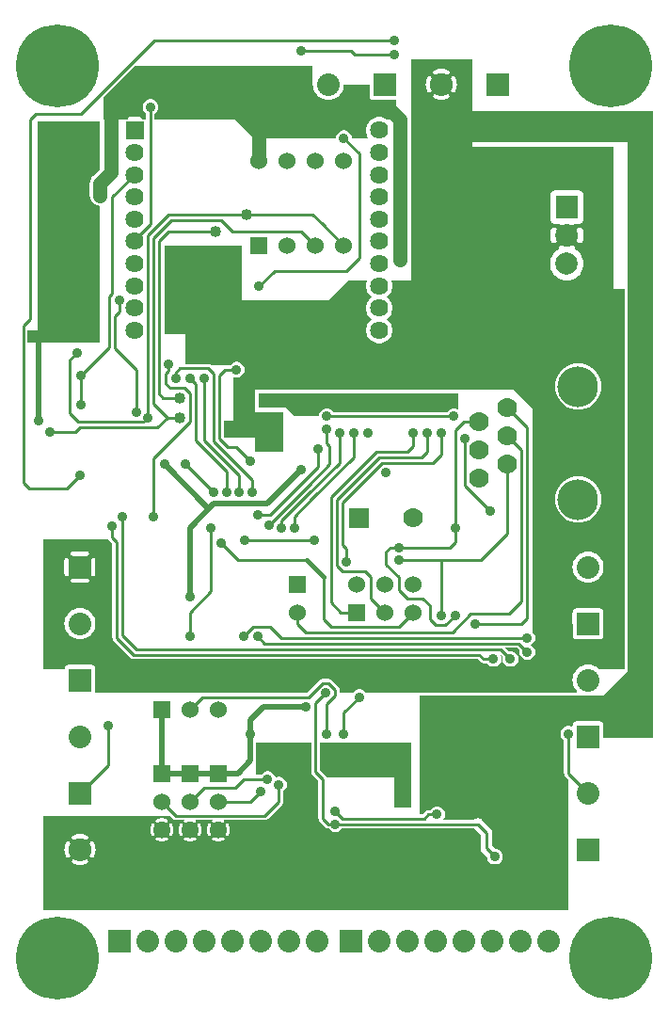
<source format=gbr>
G04 start of page 3 for group 1 idx 1 *
G04 Title: (unknown), solder *
G04 Creator: pcb 20110918 *
G04 CreationDate: Sat 02 Feb 2013 07:47:55 PM GMT UTC *
G04 For: petersen *
G04 Format: Gerber/RS-274X *
G04 PCB-Dimensions: 230000 350000 *
G04 PCB-Coordinate-Origin: lower left *
%MOIN*%
%FSLAX25Y25*%
%LNBOTTOM*%
%ADD71C,0.0530*%
%ADD70C,0.0450*%
%ADD69C,0.0280*%
%ADD68C,0.0320*%
%ADD67C,0.1280*%
%ADD66C,0.0350*%
%ADD65C,0.1285*%
%ADD64C,0.0380*%
%ADD63C,0.0480*%
%ADD62C,0.0400*%
%ADD61C,0.0360*%
%ADD60C,0.0787*%
%ADD59C,0.0640*%
%ADD58C,0.1440*%
%ADD57C,0.0700*%
%ADD56C,0.2937*%
%ADD55C,0.0600*%
%ADD54C,0.0800*%
%ADD53C,0.0500*%
%ADD52C,0.0200*%
%ADD51C,0.0150*%
%ADD50C,0.0100*%
%ADD49C,0.0001*%
G54D49*G36*
X159000Y217000D02*Y211365D01*
X158775Y211503D01*
X158368Y211671D01*
X157939Y211774D01*
X157500Y211809D01*
X157061Y211774D01*
X156632Y211671D01*
X156225Y211503D01*
X155849Y211272D01*
X155514Y210986D01*
X155228Y210651D01*
X155135Y210500D01*
X114865D01*
X114772Y210651D01*
X114486Y210986D01*
X114151Y211272D01*
X113775Y211503D01*
X113368Y211671D01*
X112939Y211774D01*
X112500Y211809D01*
X112061Y211774D01*
X111632Y211671D01*
X111225Y211503D01*
X110849Y211272D01*
X110514Y210986D01*
X110228Y210651D01*
X109997Y210275D01*
X109829Y209868D01*
X109726Y209439D01*
X109691Y209000D01*
X107000D01*
Y217000D01*
X159000D01*
G37*
G36*
X108000Y213000D02*Y209000D01*
X101000D01*
X97000Y213000D01*
X108000D01*
G37*
G36*
X81000Y201500D02*X76000D01*
Y207500D01*
X81000D01*
Y201500D01*
G37*
G36*
X141000Y218500D02*X79500D01*
Y222884D01*
X79632Y222829D01*
X80061Y222726D01*
X80500Y222691D01*
X80939Y222726D01*
X81368Y222829D01*
X81775Y222997D01*
X82151Y223228D01*
X82486Y223514D01*
X82772Y223849D01*
X83003Y224225D01*
X83171Y224632D01*
X83274Y225061D01*
X83300Y225500D01*
X83274Y225939D01*
X83171Y226368D01*
X83003Y226775D01*
X82772Y227151D01*
X82486Y227486D01*
X82151Y227772D01*
X81775Y228003D01*
X81368Y228171D01*
X80939Y228274D01*
X80500Y228309D01*
X80061Y228274D01*
X79632Y228171D01*
X79500Y228116D01*
Y234500D01*
X141000D01*
Y218500D01*
G37*
G36*
X159000Y217000D02*Y212000D01*
X88500D01*
Y217000D01*
X159000D01*
G37*
G36*
X79500Y210500D02*X97000D01*
Y201500D01*
X95779D01*
X95775Y201503D01*
X95368Y201671D01*
X94939Y201774D01*
X94500Y201809D01*
X94061Y201774D01*
X93632Y201671D01*
X93225Y201503D01*
X93221Y201500D01*
X90779D01*
X90775Y201503D01*
X90368Y201671D01*
X89939Y201774D01*
X89500Y201809D01*
X89061Y201774D01*
X88632Y201671D01*
X88225Y201503D01*
X88221Y201500D01*
X79500D01*
Y210500D01*
G37*
G36*
Y220500D02*X87000D01*
Y201500D01*
X79500D01*
Y220500D01*
G37*
G36*
X62500Y234500D02*X84500D01*
Y227000D01*
X82865D01*
X82772Y227151D01*
X82486Y227486D01*
X82151Y227772D01*
X81775Y228003D01*
X81368Y228171D01*
X80939Y228274D01*
X80500Y228309D01*
X80061Y228274D01*
X79632Y228171D01*
X79225Y228003D01*
X78849Y227772D01*
X78514Y227486D01*
X78228Y227151D01*
X78135Y227000D01*
X71621D01*
X71602Y227019D01*
X71564Y227064D01*
X71384Y227217D01*
X71183Y227341D01*
X70965Y227431D01*
X70735Y227486D01*
X70735Y227486D01*
X70500Y227505D01*
X70441Y227500D01*
X62500D01*
Y234500D01*
G37*
G36*
Y239500D02*X67500D01*
Y232500D01*
X62500D01*
Y239500D01*
G37*
G36*
X87000Y196500D02*Y210500D01*
X97000D01*
Y196500D01*
X87000D01*
G37*
G36*
X79000Y315000D02*X87500D01*
Y306500D01*
X79000Y315000D01*
G37*
G36*
X89000Y316000D02*X128000D01*
Y313867D01*
X127666Y313582D01*
X127186Y313019D01*
X126799Y312388D01*
X126516Y311705D01*
X126344Y310986D01*
X126286Y310248D01*
X126344Y309510D01*
X126516Y308791D01*
X126799Y308108D01*
X127172Y307500D01*
X121300D01*
X121274Y307939D01*
X121171Y308368D01*
X121003Y308775D01*
X120772Y309151D01*
X120486Y309486D01*
X120151Y309772D01*
X119775Y310003D01*
X119368Y310171D01*
X118939Y310274D01*
X118500Y310309D01*
X118061Y310274D01*
X117632Y310171D01*
X117225Y310003D01*
X116849Y309772D01*
X116514Y309486D01*
X116228Y309151D01*
X115997Y308775D01*
X115829Y308368D01*
X115726Y307939D01*
X115691Y307500D01*
X89000D01*
Y316000D01*
G37*
G36*
X137000Y314000D02*X133844D01*
X133771Y314062D01*
X133140Y314449D01*
X132457Y314732D01*
X131738Y314904D01*
X131000Y314962D01*
X130262Y314904D01*
X129543Y314732D01*
X128860Y314449D01*
X128229Y314062D01*
X128156Y314000D01*
X51500D01*
Y316135D01*
X51651Y316228D01*
X51986Y316514D01*
X52272Y316849D01*
X52503Y317225D01*
X52671Y317632D01*
X52774Y318061D01*
X52800Y318500D01*
X52774Y318939D01*
X52671Y319368D01*
X52503Y319775D01*
X52272Y320151D01*
X51986Y320486D01*
X51651Y320772D01*
X51275Y321003D01*
X50868Y321171D01*
X50439Y321274D01*
X50000Y321309D01*
X49561Y321274D01*
X49132Y321171D01*
X48725Y321003D01*
X48349Y320772D01*
X48014Y320486D01*
X47728Y320151D01*
X47497Y319775D01*
X47329Y319368D01*
X47226Y318939D01*
X47191Y318500D01*
X47226Y318061D01*
X47329Y317632D01*
X47497Y317225D01*
X47728Y316849D01*
X48014Y316514D01*
X48349Y316228D01*
X48500Y316135D01*
Y314000D01*
X46810D01*
X46829Y314080D01*
X46838Y314198D01*
X46829Y314316D01*
X46801Y314430D01*
X46756Y314540D01*
X46695Y314640D01*
X46618Y314730D01*
X46528Y314807D01*
X46428Y314868D01*
X46318Y314913D01*
X46204Y314941D01*
X46086Y314948D01*
X42686D01*
X42568Y314941D01*
X42454Y314913D01*
X42344Y314868D01*
X42244Y314807D01*
X42154Y314730D01*
X42077Y314640D01*
X42016Y314540D01*
X41971Y314430D01*
X41943Y314316D01*
X41934Y314198D01*
X41943Y314080D01*
X41962Y314000D01*
X33500D01*
Y321879D01*
X44621Y333000D01*
X107500D01*
Y326716D01*
X107483Y326500D01*
X107551Y325637D01*
X107753Y324795D01*
X108084Y323995D01*
X108537Y323257D01*
X109099Y322599D01*
X109757Y322037D01*
X110495Y321584D01*
X111295Y321253D01*
X112137Y321051D01*
X113000Y320983D01*
X113863Y321051D01*
X114705Y321253D01*
X115505Y321584D01*
X116243Y322037D01*
X116901Y322599D01*
X117463Y323257D01*
X117916Y323995D01*
X118247Y324795D01*
X118449Y325637D01*
X118500Y326500D01*
X127507D01*
X127514Y322265D01*
X127569Y322035D01*
X127659Y321817D01*
X127783Y321616D01*
X127936Y321436D01*
X128116Y321283D01*
X128317Y321159D01*
X128535Y321069D01*
X128765Y321014D01*
X129000Y321000D01*
X137000Y321014D01*
Y314000D01*
G37*
G36*
X11500Y235000D02*X6500D01*
Y239500D01*
X11500D01*
Y235000D01*
G37*
G36*
X10000Y313500D02*X32000D01*
Y296450D01*
X29622Y294072D01*
X29517Y293983D01*
X29160Y293564D01*
X28872Y293094D01*
X28661Y292585D01*
X28532Y292049D01*
X28532Y292049D01*
X28489Y291500D01*
X28500Y291363D01*
Y287000D01*
X28532Y286451D01*
X28661Y285915D01*
X28872Y285406D01*
X29160Y284936D01*
X29517Y284517D01*
X29936Y284160D01*
X30406Y283872D01*
X30915Y283661D01*
X31451Y283532D01*
X32000Y283489D01*
Y235000D01*
X10000D01*
Y313500D01*
G37*
G36*
X55000Y238000D02*Y269500D01*
X68000D01*
Y238000D01*
X55000D01*
G37*
G36*
X65000Y232500D02*Y269500D01*
X82500D01*
Y250000D01*
X113000D01*
X120000Y257000D01*
X126687D01*
X126516Y256587D01*
X126344Y255868D01*
X126286Y255130D01*
X126344Y254392D01*
X126516Y253673D01*
X126799Y252990D01*
X127186Y252359D01*
X127666Y251796D01*
X128229Y251316D01*
X128429Y251193D01*
X128229Y251070D01*
X127666Y250590D01*
X127186Y250027D01*
X126799Y249396D01*
X126516Y248713D01*
X126344Y247994D01*
X126286Y247256D01*
X126344Y246518D01*
X126516Y245799D01*
X126799Y245116D01*
X127186Y244485D01*
X127666Y243922D01*
X128229Y243442D01*
X128429Y243319D01*
X128229Y243196D01*
X127666Y242716D01*
X127186Y242153D01*
X126799Y241522D01*
X126516Y240839D01*
X126344Y240120D01*
X126286Y239382D01*
X126344Y238644D01*
X126516Y237925D01*
X126799Y237242D01*
X127186Y236611D01*
X127666Y236048D01*
X128229Y235568D01*
X128860Y235181D01*
X129543Y234898D01*
X130262Y234726D01*
X131000Y234668D01*
X131738Y234726D01*
X132457Y234898D01*
X133140Y235181D01*
X133771Y235568D01*
X134334Y236048D01*
X134814Y236611D01*
X135201Y237242D01*
X135484Y237925D01*
X135656Y238644D01*
X135700Y239382D01*
X135656Y240120D01*
X135484Y240839D01*
X135201Y241522D01*
X134814Y242153D01*
X134334Y242716D01*
X133771Y243196D01*
X133571Y243319D01*
X133771Y243442D01*
X134334Y243922D01*
X134814Y244485D01*
X135201Y245116D01*
X135484Y245799D01*
X135656Y246518D01*
X135700Y247256D01*
X135656Y247994D01*
X135484Y248713D01*
X135201Y249396D01*
X134814Y250027D01*
X134334Y250590D01*
X133771Y251070D01*
X133571Y251193D01*
X133771Y251316D01*
X134334Y251796D01*
X134814Y252359D01*
X135201Y252990D01*
X135484Y253673D01*
X135656Y254392D01*
X135700Y255130D01*
X135656Y255868D01*
X135484Y256587D01*
X135313Y257000D01*
X145500D01*
Y232500D01*
X65000D01*
G37*
G36*
X157493Y335500D02*X164000D01*
Y303500D01*
X157493D01*
Y323645D01*
X157578Y323681D01*
X157679Y323743D01*
X157769Y323819D01*
X157845Y323909D01*
X157905Y324011D01*
X158122Y324480D01*
X158289Y324969D01*
X158409Y325472D01*
X158482Y325984D01*
X158506Y326500D01*
X158482Y327016D01*
X158409Y327528D01*
X158289Y328031D01*
X158122Y328520D01*
X157910Y328992D01*
X157849Y329093D01*
X157772Y329184D01*
X157682Y329261D01*
X157580Y329323D01*
X157493Y329360D01*
Y335500D01*
G37*
G36*
X153002D02*X157493D01*
Y329360D01*
X157471Y329369D01*
X157355Y329397D01*
X157237Y329406D01*
X157119Y329397D01*
X157003Y329370D01*
X156893Y329324D01*
X156792Y329262D01*
X156702Y329186D01*
X156624Y329095D01*
X156562Y328994D01*
X156516Y328885D01*
X156489Y328769D01*
X156479Y328651D01*
X156488Y328532D01*
X156516Y328417D01*
X156563Y328308D01*
X156721Y327968D01*
X156842Y327612D01*
X156930Y327247D01*
X156982Y326875D01*
X157000Y326500D01*
X156982Y326125D01*
X156930Y325753D01*
X156842Y325388D01*
X156721Y325032D01*
X156567Y324690D01*
X156520Y324582D01*
X156493Y324467D01*
X156483Y324349D01*
X156493Y324232D01*
X156521Y324117D01*
X156566Y324008D01*
X156628Y323907D01*
X156705Y323818D01*
X156795Y323741D01*
X156895Y323680D01*
X157004Y323635D01*
X157119Y323607D01*
X157237Y323598D01*
X157355Y323608D01*
X157469Y323635D01*
X157493Y323645D01*
Y303500D01*
X153002D01*
Y320994D01*
X153516Y321018D01*
X154028Y321091D01*
X154531Y321211D01*
X155020Y321378D01*
X155492Y321590D01*
X155593Y321651D01*
X155684Y321728D01*
X155761Y321818D01*
X155823Y321920D01*
X155869Y322029D01*
X155897Y322145D01*
X155906Y322263D01*
X155897Y322381D01*
X155870Y322497D01*
X155824Y322607D01*
X155762Y322708D01*
X155686Y322798D01*
X155595Y322876D01*
X155494Y322938D01*
X155385Y322984D01*
X155269Y323011D01*
X155151Y323021D01*
X155032Y323012D01*
X154917Y322984D01*
X154808Y322937D01*
X154468Y322779D01*
X154112Y322658D01*
X153747Y322570D01*
X153375Y322518D01*
X153002Y322500D01*
Y330500D01*
X153375Y330482D01*
X153747Y330430D01*
X154112Y330342D01*
X154468Y330221D01*
X154810Y330067D01*
X154918Y330020D01*
X155033Y329993D01*
X155151Y329983D01*
X155268Y329993D01*
X155383Y330021D01*
X155492Y330066D01*
X155593Y330128D01*
X155682Y330205D01*
X155759Y330295D01*
X155820Y330395D01*
X155865Y330504D01*
X155893Y330619D01*
X155902Y330737D01*
X155892Y330855D01*
X155865Y330969D01*
X155819Y331078D01*
X155757Y331179D01*
X155681Y331269D01*
X155591Y331345D01*
X155489Y331405D01*
X155020Y331622D01*
X154531Y331789D01*
X154028Y331909D01*
X153516Y331982D01*
X153002Y332006D01*
Y335500D01*
G37*
G36*
X148507D02*X153002D01*
Y332006D01*
X153000Y332006D01*
X152484Y331982D01*
X151972Y331909D01*
X151469Y331789D01*
X150980Y331622D01*
X150508Y331410D01*
X150407Y331349D01*
X150316Y331272D01*
X150239Y331182D01*
X150177Y331080D01*
X150131Y330971D01*
X150103Y330855D01*
X150094Y330737D01*
X150103Y330619D01*
X150130Y330503D01*
X150176Y330393D01*
X150238Y330292D01*
X150314Y330202D01*
X150405Y330124D01*
X150506Y330062D01*
X150615Y330016D01*
X150731Y329989D01*
X150849Y329979D01*
X150968Y329988D01*
X151083Y330016D01*
X151192Y330063D01*
X151532Y330221D01*
X151888Y330342D01*
X152253Y330430D01*
X152625Y330482D01*
X153000Y330500D01*
X153002Y330500D01*
Y322500D01*
X153000Y322500D01*
X152625Y322518D01*
X152253Y322570D01*
X151888Y322658D01*
X151532Y322779D01*
X151190Y322933D01*
X151082Y322980D01*
X150967Y323007D01*
X150849Y323017D01*
X150732Y323007D01*
X150617Y322979D01*
X150508Y322934D01*
X150407Y322872D01*
X150318Y322795D01*
X150241Y322705D01*
X150180Y322605D01*
X150135Y322496D01*
X150107Y322381D01*
X150098Y322263D01*
X150108Y322145D01*
X150135Y322031D01*
X150181Y321922D01*
X150243Y321821D01*
X150319Y321731D01*
X150409Y321655D01*
X150511Y321595D01*
X150980Y321378D01*
X151469Y321211D01*
X151972Y321091D01*
X152484Y321018D01*
X153000Y320994D01*
X153002Y320994D01*
Y303500D01*
X148507D01*
Y323640D01*
X148529Y323631D01*
X148645Y323603D01*
X148763Y323594D01*
X148881Y323603D01*
X148997Y323630D01*
X149107Y323676D01*
X149208Y323738D01*
X149298Y323814D01*
X149376Y323905D01*
X149438Y324006D01*
X149484Y324115D01*
X149511Y324231D01*
X149521Y324349D01*
X149512Y324468D01*
X149484Y324583D01*
X149437Y324692D01*
X149279Y325032D01*
X149158Y325388D01*
X149070Y325753D01*
X149018Y326125D01*
X149000Y326500D01*
X149018Y326875D01*
X149070Y327247D01*
X149158Y327612D01*
X149279Y327968D01*
X149433Y328310D01*
X149480Y328418D01*
X149507Y328533D01*
X149517Y328651D01*
X149507Y328768D01*
X149479Y328883D01*
X149434Y328992D01*
X149372Y329093D01*
X149295Y329182D01*
X149205Y329259D01*
X149105Y329320D01*
X148996Y329365D01*
X148881Y329393D01*
X148763Y329402D01*
X148645Y329392D01*
X148531Y329365D01*
X148507Y329355D01*
Y335500D01*
G37*
G36*
X142500Y303500D02*Y335500D01*
X148507D01*
Y329355D01*
X148422Y329319D01*
X148321Y329257D01*
X148231Y329181D01*
X148155Y329091D01*
X148095Y328989D01*
X147878Y328520D01*
X147711Y328031D01*
X147591Y327528D01*
X147518Y327016D01*
X147494Y326500D01*
X147518Y325984D01*
X147591Y325472D01*
X147711Y324969D01*
X147878Y324480D01*
X148090Y324008D01*
X148151Y323907D01*
X148228Y323816D01*
X148318Y323739D01*
X148420Y323677D01*
X148507Y323640D01*
Y303500D01*
X142500D01*
G37*
G36*
Y257000D02*X160500D01*
Y249000D01*
X142500D01*
Y257000D01*
G37*
G36*
X145500Y110000D02*X204784D01*
X205000Y109983D01*
X205216Y110000D01*
X228000D01*
Y95000D01*
X210494D01*
X210486Y99735D01*
X210431Y99965D01*
X210341Y100183D01*
X210217Y100384D01*
X210064Y100564D01*
X209884Y100717D01*
X209683Y100841D01*
X209465Y100931D01*
X209235Y100986D01*
X209000Y101000D01*
X200765Y100986D01*
X200535Y100931D01*
X200317Y100841D01*
X200116Y100717D01*
X199936Y100564D01*
X199783Y100384D01*
X199659Y100183D01*
X199569Y99965D01*
X199514Y99735D01*
X199500Y99500D01*
X199501Y98864D01*
X199275Y99003D01*
X198868Y99171D01*
X198439Y99274D01*
X198000Y99309D01*
X197561Y99274D01*
X197132Y99171D01*
X196725Y99003D01*
X196349Y98772D01*
X196014Y98486D01*
X195728Y98151D01*
X195497Y97775D01*
X195329Y97368D01*
X195226Y96939D01*
X195191Y96500D01*
X195226Y96061D01*
X195329Y95632D01*
X195497Y95225D01*
X195635Y95000D01*
X145500D01*
Y110000D01*
G37*
G36*
X228000Y310000D02*Y107000D01*
X219000D01*
Y310000D01*
X228000D01*
G37*
G36*
X177500Y220500D02*X190000D01*
Y208000D01*
X189000D01*
X177500Y219500D01*
Y220500D01*
G37*
G36*
X142500Y218500D02*Y228500D01*
X152500D01*
Y218500D01*
X142500D01*
G37*
G36*
X138000Y235000D02*X146000D01*
Y218500D01*
X138000D01*
Y235000D01*
G37*
G36*
X189500Y218500D02*X179500D01*
Y228500D01*
X189500D01*
Y218500D01*
G37*
G36*
X228000Y317000D02*Y306000D01*
X161000D01*
Y317000D01*
X228000D01*
G37*
G36*
X202261Y298000D02*X214000D01*
Y250000D01*
X202261D01*
Y259433D01*
X202318Y259500D01*
X202806Y260296D01*
X203164Y261160D01*
X203382Y262068D01*
X203437Y263000D01*
X203382Y263932D01*
X203164Y264840D01*
X202806Y265704D01*
X202318Y266500D01*
X202261Y266567D01*
Y270183D01*
X202331Y270195D01*
X202480Y270246D01*
X202619Y270319D01*
X202745Y270413D01*
X202855Y270525D01*
X202946Y270654D01*
X203013Y270796D01*
X203204Y271328D01*
X203337Y271877D01*
X203417Y272436D01*
X203444Y273000D01*
X203417Y273564D01*
X203337Y274123D01*
X203204Y274672D01*
X203019Y275206D01*
X202950Y275348D01*
X202858Y275477D01*
X202748Y275591D01*
X202621Y275685D01*
X202481Y275759D01*
X202332Y275809D01*
X202261Y275821D01*
Y277240D01*
X202348Y277275D01*
X202616Y277440D01*
X202856Y277644D01*
X203060Y277884D01*
X203225Y278152D01*
X203345Y278443D01*
X203418Y278749D01*
X203437Y279063D01*
X203418Y287251D01*
X203345Y287557D01*
X203225Y287848D01*
X203060Y288116D01*
X202856Y288356D01*
X202616Y288560D01*
X202348Y288725D01*
X202261Y288760D01*
Y298000D01*
G37*
G36*
Y266567D02*X201711Y267211D01*
X201000Y267818D01*
X200321Y268235D01*
X200336Y268324D01*
X200338Y268482D01*
X200315Y268639D01*
X200268Y268790D01*
X200198Y268931D01*
X200107Y269061D01*
X199996Y269174D01*
X199870Y269268D01*
X199730Y269342D01*
X199580Y269392D01*
X199424Y269419D01*
X199266Y269421D01*
X199110Y269398D01*
X198960Y269348D01*
X198608Y269222D01*
X198244Y269134D01*
X197874Y269081D01*
X197500Y269063D01*
X197491Y269063D01*
Y276937D01*
X197500Y276937D01*
X197874Y276919D01*
X198244Y276866D01*
X198608Y276778D01*
X198961Y276656D01*
X199111Y276606D01*
X199266Y276583D01*
X199424Y276585D01*
X199579Y276612D01*
X199728Y276662D01*
X199867Y276736D01*
X199993Y276830D01*
X200103Y276942D01*
X200194Y277071D01*
X200198Y277078D01*
X201751Y277082D01*
X202057Y277155D01*
X202261Y277240D01*
Y275821D01*
X202176Y275836D01*
X202018Y275838D01*
X201861Y275815D01*
X201710Y275768D01*
X201569Y275698D01*
X201439Y275607D01*
X201326Y275496D01*
X201232Y275370D01*
X201158Y275230D01*
X201108Y275080D01*
X201081Y274924D01*
X201079Y274766D01*
X201102Y274610D01*
X201152Y274460D01*
X201278Y274108D01*
X201366Y273744D01*
X201419Y273374D01*
X201437Y273000D01*
X201419Y272626D01*
X201366Y272256D01*
X201278Y271892D01*
X201156Y271539D01*
X201106Y271389D01*
X201083Y271234D01*
X201085Y271076D01*
X201112Y270921D01*
X201162Y270772D01*
X201236Y270633D01*
X201330Y270507D01*
X201442Y270397D01*
X201571Y270306D01*
X201712Y270236D01*
X201862Y270189D01*
X202018Y270167D01*
X202175Y270168D01*
X202261Y270183D01*
Y266567D01*
G37*
G36*
Y250000D02*X197491D01*
Y257045D01*
X197500Y257045D01*
X198432Y257118D01*
X199340Y257336D01*
X200204Y257694D01*
X201000Y258182D01*
X201711Y258789D01*
X202261Y259433D01*
Y250000D01*
G37*
G36*
X197491Y298000D02*X202261D01*
Y288760D01*
X202057Y288845D01*
X201751Y288918D01*
X201437Y288937D01*
X197491Y288928D01*
Y298000D01*
G37*
G36*
X192739Y259433D02*X193289Y258789D01*
X194000Y258182D01*
X194796Y257694D01*
X195660Y257336D01*
X196568Y257118D01*
X197491Y257045D01*
Y250000D01*
X192739D01*
Y259433D01*
G37*
G36*
Y277240D02*X192943Y277155D01*
X193249Y277082D01*
X193563Y277063D01*
X194804Y277066D01*
X194893Y276939D01*
X195004Y276826D01*
X195130Y276732D01*
X195270Y276658D01*
X195420Y276608D01*
X195576Y276581D01*
X195734Y276579D01*
X195890Y276602D01*
X196040Y276652D01*
X196392Y276778D01*
X196756Y276866D01*
X197126Y276919D01*
X197491Y276937D01*
Y269063D01*
X197126Y269081D01*
X196756Y269134D01*
X196392Y269222D01*
X196039Y269344D01*
X195889Y269394D01*
X195734Y269417D01*
X195576Y269415D01*
X195421Y269388D01*
X195272Y269338D01*
X195133Y269264D01*
X195007Y269170D01*
X194897Y269058D01*
X194806Y268929D01*
X194736Y268788D01*
X194689Y268638D01*
X194667Y268482D01*
X194668Y268325D01*
X194683Y268237D01*
X194000Y267818D01*
X193289Y267211D01*
X192739Y266567D01*
Y270179D01*
X192824Y270164D01*
X192982Y270162D01*
X193139Y270185D01*
X193290Y270232D01*
X193431Y270302D01*
X193561Y270393D01*
X193674Y270504D01*
X193768Y270630D01*
X193842Y270770D01*
X193892Y270920D01*
X193919Y271076D01*
X193921Y271234D01*
X193898Y271390D01*
X193848Y271540D01*
X193722Y271892D01*
X193634Y272256D01*
X193581Y272626D01*
X193563Y273000D01*
X193581Y273374D01*
X193634Y273744D01*
X193722Y274108D01*
X193844Y274461D01*
X193894Y274611D01*
X193917Y274766D01*
X193915Y274924D01*
X193888Y275079D01*
X193838Y275228D01*
X193764Y275367D01*
X193670Y275493D01*
X193558Y275603D01*
X193429Y275694D01*
X193288Y275764D01*
X193138Y275811D01*
X192982Y275833D01*
X192825Y275832D01*
X192739Y275817D01*
Y277240D01*
G37*
G36*
Y298000D02*X197491D01*
Y288928D01*
X193249Y288918D01*
X192943Y288845D01*
X192739Y288760D01*
Y298000D01*
G37*
G36*
X187000D02*X192739D01*
Y288760D01*
X192652Y288725D01*
X192384Y288560D01*
X192144Y288356D01*
X191940Y288116D01*
X191775Y287848D01*
X191655Y287557D01*
X191582Y287251D01*
X191563Y286937D01*
X191582Y278749D01*
X191655Y278443D01*
X191775Y278152D01*
X191940Y277884D01*
X192144Y277644D01*
X192384Y277440D01*
X192652Y277275D01*
X192739Y277240D01*
Y275817D01*
X192669Y275805D01*
X192520Y275754D01*
X192381Y275681D01*
X192255Y275587D01*
X192145Y275475D01*
X192054Y275346D01*
X191987Y275204D01*
X191796Y274672D01*
X191663Y274123D01*
X191583Y273564D01*
X191556Y273000D01*
X191583Y272436D01*
X191663Y271877D01*
X191796Y271328D01*
X191981Y270794D01*
X192050Y270652D01*
X192142Y270523D01*
X192252Y270409D01*
X192379Y270315D01*
X192519Y270241D01*
X192668Y270191D01*
X192739Y270179D01*
Y266567D01*
X192682Y266500D01*
X192194Y265704D01*
X191836Y264840D01*
X191618Y263932D01*
X191545Y263000D01*
X191618Y262068D01*
X191836Y261160D01*
X192194Y260296D01*
X192682Y259500D01*
X192739Y259433D01*
Y250000D01*
X187000D01*
Y298000D01*
G37*
G36*
X142500Y310000D02*X164000D01*
Y298000D01*
X189500D01*
Y218500D01*
X142500D01*
Y310000D01*
G37*
G36*
X162000Y304500D02*X214000D01*
Y295000D01*
X162000D01*
Y304500D01*
G37*
G36*
X205000Y254000D02*X218000D01*
Y119500D01*
X208785D01*
X208243Y119963D01*
X207505Y120416D01*
X206705Y120747D01*
X205863Y120949D01*
X205000Y121017D01*
Y130007D01*
X209235Y130014D01*
X209465Y130069D01*
X209683Y130159D01*
X209884Y130283D01*
X210064Y130436D01*
X210217Y130616D01*
X210341Y130817D01*
X210431Y131035D01*
X210486Y131265D01*
X210500Y131500D01*
X210486Y139735D01*
X210431Y139965D01*
X210341Y140183D01*
X210217Y140384D01*
X210064Y140564D01*
X209884Y140717D01*
X209683Y140841D01*
X209465Y140931D01*
X209235Y140986D01*
X209000Y141000D01*
X205000Y140993D01*
Y149983D01*
X205863Y150051D01*
X206705Y150253D01*
X207505Y150584D01*
X208243Y151037D01*
X208901Y151599D01*
X209463Y152257D01*
X209916Y152995D01*
X210247Y153795D01*
X210449Y154637D01*
X210500Y155500D01*
X210449Y156363D01*
X210247Y157205D01*
X209916Y158005D01*
X209463Y158743D01*
X208901Y159401D01*
X208243Y159963D01*
X207505Y160416D01*
X206705Y160747D01*
X205863Y160949D01*
X205000Y161017D01*
Y172074D01*
X205234Y172171D01*
X206335Y172846D01*
X207316Y173684D01*
X208154Y174665D01*
X208829Y175766D01*
X209323Y176958D01*
X209624Y178213D01*
X209700Y179500D01*
X209624Y180787D01*
X209323Y182042D01*
X208829Y183234D01*
X208154Y184335D01*
X207316Y185316D01*
X206335Y186154D01*
X205234Y186829D01*
X205000Y186926D01*
Y212074D01*
X205234Y212171D01*
X206335Y212846D01*
X207316Y213684D01*
X208154Y214665D01*
X208829Y215766D01*
X209323Y216958D01*
X209624Y218213D01*
X209700Y219500D01*
X209624Y220787D01*
X209323Y222042D01*
X208829Y223234D01*
X208154Y224335D01*
X207316Y225316D01*
X206335Y226154D01*
X205234Y226829D01*
X205000Y226926D01*
Y254000D01*
G37*
G36*
X185500Y111000D02*Y123530D01*
X185772Y123849D01*
X186003Y124225D01*
X186171Y124632D01*
X186274Y125061D01*
X186300Y125500D01*
X186274Y125939D01*
X186171Y126368D01*
X186003Y126775D01*
X185772Y127151D01*
X185500Y127470D01*
Y128530D01*
X185772Y128849D01*
X186003Y129225D01*
X186171Y129632D01*
X186274Y130061D01*
X186300Y130500D01*
X186274Y130939D01*
X186171Y131368D01*
X186003Y131775D01*
X185772Y132151D01*
X185500Y132470D01*
Y254000D01*
X205000D01*
Y226926D01*
X204042Y227323D01*
X202787Y227624D01*
X201500Y227725D01*
X200213Y227624D01*
X198958Y227323D01*
X197766Y226829D01*
X196665Y226154D01*
X195684Y225316D01*
X194846Y224335D01*
X194171Y223234D01*
X193677Y222042D01*
X193376Y220787D01*
X193275Y219500D01*
X193376Y218213D01*
X193677Y216958D01*
X194171Y215766D01*
X194846Y214665D01*
X195684Y213684D01*
X196665Y212846D01*
X197766Y212171D01*
X198958Y211677D01*
X200213Y211376D01*
X201500Y211275D01*
X202787Y211376D01*
X204042Y211677D01*
X205000Y212074D01*
Y186926D01*
X204042Y187323D01*
X202787Y187624D01*
X201500Y187725D01*
X200213Y187624D01*
X198958Y187323D01*
X197766Y186829D01*
X196665Y186154D01*
X195684Y185316D01*
X194846Y184335D01*
X194171Y183234D01*
X193677Y182042D01*
X193376Y180787D01*
X193275Y179500D01*
X193376Y178213D01*
X193677Y176958D01*
X194171Y175766D01*
X194846Y174665D01*
X195684Y173684D01*
X196665Y172846D01*
X197766Y172171D01*
X198958Y171677D01*
X200213Y171376D01*
X201500Y171275D01*
X202787Y171376D01*
X204042Y171677D01*
X205000Y172074D01*
Y161017D01*
X204137Y160949D01*
X203295Y160747D01*
X202495Y160416D01*
X201757Y159963D01*
X201099Y159401D01*
X200537Y158743D01*
X200084Y158005D01*
X199753Y157205D01*
X199551Y156363D01*
X199483Y155500D01*
X199551Y154637D01*
X199753Y153795D01*
X200084Y152995D01*
X200537Y152257D01*
X201099Y151599D01*
X201757Y151037D01*
X202495Y150584D01*
X203295Y150253D01*
X204137Y150051D01*
X205000Y149983D01*
Y140993D01*
X200765Y140986D01*
X200535Y140931D01*
X200317Y140841D01*
X200116Y140717D01*
X199936Y140564D01*
X199783Y140384D01*
X199659Y140183D01*
X199569Y139965D01*
X199514Y139735D01*
X199500Y139500D01*
X199514Y131265D01*
X199569Y131035D01*
X199659Y130817D01*
X199783Y130616D01*
X199936Y130436D01*
X200116Y130283D01*
X200317Y130159D01*
X200535Y130069D01*
X200765Y130014D01*
X201000Y130000D01*
X205000Y130007D01*
Y121017D01*
X204137Y120949D01*
X203295Y120747D01*
X202495Y120416D01*
X201757Y119963D01*
X201215Y119500D01*
X201000D01*
Y119285D01*
X200537Y118743D01*
X200084Y118005D01*
X199753Y117205D01*
X199551Y116363D01*
X199483Y115500D01*
X199551Y114637D01*
X199753Y113795D01*
X200084Y112995D01*
X200537Y112257D01*
X201000Y111715D01*
Y111000D01*
X185500D01*
G37*
G36*
X219000Y118500D02*X220000D01*
Y109000D01*
X210500D01*
Y110000D01*
X219000Y118500D01*
G37*
G36*
X29750Y165500D02*X35084D01*
X35159Y165317D01*
X35283Y165116D01*
X35283Y165115D01*
X35436Y164936D01*
X35481Y164898D01*
X36500Y163879D01*
Y130559D01*
X36495Y130500D01*
X36514Y130265D01*
X36569Y130035D01*
X36659Y129817D01*
X36783Y129616D01*
X36783Y129615D01*
X36936Y129436D01*
X36981Y129398D01*
X42000Y124379D01*
Y111000D01*
X31000D01*
Y121500D01*
X29750D01*
Y132725D01*
X29916Y132995D01*
X30247Y133795D01*
X30449Y134637D01*
X30500Y135500D01*
X30449Y136363D01*
X30247Y137205D01*
X29916Y138005D01*
X29750Y138275D01*
Y152248D01*
X29868Y152257D01*
X29982Y152285D01*
X30092Y152330D01*
X30192Y152391D01*
X30282Y152468D01*
X30359Y152558D01*
X30420Y152658D01*
X30465Y152768D01*
X30493Y152882D01*
X30500Y153000D01*
Y158000D01*
X30493Y158118D01*
X30465Y158232D01*
X30420Y158342D01*
X30359Y158442D01*
X30282Y158532D01*
X30192Y158609D01*
X30092Y158670D01*
X29982Y158715D01*
X29868Y158743D01*
X29750Y158752D01*
Y165500D01*
G37*
G36*
Y121500D02*X25000D01*
Y129983D01*
X25863Y130051D01*
X26705Y130253D01*
X27505Y130584D01*
X28243Y131037D01*
X28901Y131599D01*
X29463Y132257D01*
X29750Y132725D01*
Y121500D01*
G37*
G36*
X25000Y165500D02*X29750D01*
Y158752D01*
X29632Y158743D01*
X29518Y158715D01*
X29408Y158670D01*
X29308Y158609D01*
X29218Y158532D01*
X29141Y158442D01*
X29080Y158342D01*
X29035Y158232D01*
X29007Y158118D01*
X29000Y158000D01*
Y153000D01*
X29007Y152882D01*
X29035Y152768D01*
X29080Y152658D01*
X29141Y152558D01*
X29218Y152468D01*
X29308Y152391D01*
X29408Y152330D01*
X29518Y152285D01*
X29632Y152257D01*
X29750Y152248D01*
Y138275D01*
X29463Y138743D01*
X28901Y139401D01*
X28243Y139963D01*
X27505Y140416D01*
X26705Y140747D01*
X25863Y140949D01*
X25000Y141017D01*
Y150000D01*
X27500D01*
X27618Y150007D01*
X27732Y150035D01*
X27842Y150080D01*
X27942Y150141D01*
X28032Y150218D01*
X28109Y150308D01*
X28170Y150408D01*
X28215Y150518D01*
X28243Y150632D01*
X28252Y150750D01*
X28243Y150868D01*
X28215Y150982D01*
X28170Y151092D01*
X28109Y151192D01*
X28032Y151282D01*
X27942Y151359D01*
X27842Y151420D01*
X27732Y151465D01*
X27618Y151493D01*
X27500Y151500D01*
X25000D01*
Y159500D01*
X27500D01*
X27618Y159507D01*
X27732Y159535D01*
X27842Y159580D01*
X27942Y159641D01*
X28032Y159718D01*
X28109Y159808D01*
X28170Y159908D01*
X28215Y160018D01*
X28243Y160132D01*
X28252Y160250D01*
X28243Y160368D01*
X28215Y160482D01*
X28170Y160592D01*
X28109Y160692D01*
X28032Y160782D01*
X27942Y160859D01*
X27842Y160920D01*
X27732Y160965D01*
X27618Y160993D01*
X27500Y161000D01*
X25000D01*
Y165500D01*
G37*
G36*
X20250Y132725D02*X20537Y132257D01*
X21099Y131599D01*
X21757Y131037D01*
X22495Y130584D01*
X23295Y130253D01*
X24137Y130051D01*
X25000Y129983D01*
X25000D01*
Y121500D01*
X20250D01*
Y132725D01*
G37*
G36*
Y165500D02*X25000D01*
Y161000D01*
X22500D01*
X22382Y160993D01*
X22268Y160965D01*
X22158Y160920D01*
X22058Y160859D01*
X21968Y160782D01*
X21891Y160692D01*
X21830Y160592D01*
X21785Y160482D01*
X21757Y160368D01*
X21748Y160250D01*
X21757Y160132D01*
X21785Y160018D01*
X21830Y159908D01*
X21891Y159808D01*
X21968Y159718D01*
X22058Y159641D01*
X22158Y159580D01*
X22268Y159535D01*
X22382Y159507D01*
X22500Y159500D01*
X25000D01*
Y151500D01*
X22500D01*
X22382Y151493D01*
X22268Y151465D01*
X22158Y151420D01*
X22058Y151359D01*
X21968Y151282D01*
X21891Y151192D01*
X21830Y151092D01*
X21785Y150982D01*
X21757Y150868D01*
X21748Y150750D01*
X21757Y150632D01*
X21785Y150518D01*
X21830Y150408D01*
X21891Y150308D01*
X21968Y150218D01*
X22058Y150141D01*
X22158Y150080D01*
X22268Y150035D01*
X22382Y150007D01*
X22500Y150000D01*
X25000D01*
Y141017D01*
X25000D01*
X24137Y140949D01*
X23295Y140747D01*
X22495Y140416D01*
X21757Y139963D01*
X21099Y139401D01*
X20537Y138743D01*
X20250Y138275D01*
Y152248D01*
X20368Y152257D01*
X20482Y152285D01*
X20592Y152330D01*
X20692Y152391D01*
X20782Y152468D01*
X20859Y152558D01*
X20920Y152658D01*
X20965Y152768D01*
X20993Y152882D01*
X21000Y153000D01*
Y158000D01*
X20993Y158118D01*
X20965Y158232D01*
X20920Y158342D01*
X20859Y158442D01*
X20782Y158532D01*
X20692Y158609D01*
X20592Y158670D01*
X20482Y158715D01*
X20368Y158743D01*
X20250Y158752D01*
Y165500D01*
G37*
G36*
X12000D02*X20250D01*
Y158752D01*
X20132Y158743D01*
X20018Y158715D01*
X19908Y158670D01*
X19808Y158609D01*
X19718Y158532D01*
X19641Y158442D01*
X19580Y158342D01*
X19535Y158232D01*
X19507Y158118D01*
X19500Y158000D01*
Y153000D01*
X19507Y152882D01*
X19535Y152768D01*
X19580Y152658D01*
X19641Y152558D01*
X19718Y152468D01*
X19808Y152391D01*
X19908Y152330D01*
X20018Y152285D01*
X20132Y152257D01*
X20250Y152248D01*
Y138275D01*
X20084Y138005D01*
X19753Y137205D01*
X19551Y136363D01*
X19483Y135500D01*
X19551Y134637D01*
X19753Y133795D01*
X20084Y132995D01*
X20250Y132725D01*
Y121500D01*
X12000D01*
Y165500D01*
G37*
G36*
Y119500D02*Y129000D01*
X37379D01*
X42898Y123481D01*
X42936Y123436D01*
X43116Y123283D01*
X43317Y123159D01*
X43535Y123069D01*
X43765Y123014D01*
X44000Y122995D01*
X44059Y123000D01*
X165879D01*
X166898Y121981D01*
X166936Y121936D01*
X167116Y121783D01*
X167317Y121659D01*
X167535Y121569D01*
X167765Y121514D01*
X168000Y121495D01*
X168059Y121500D01*
X169135D01*
X169228Y121349D01*
X169514Y121014D01*
X169849Y120728D01*
X170225Y120497D01*
X170632Y120329D01*
X171061Y120226D01*
X171500Y120191D01*
X171939Y120226D01*
X172368Y120329D01*
X172775Y120497D01*
X173151Y120728D01*
X173486Y121014D01*
X173772Y121349D01*
X174003Y121725D01*
X174171Y122132D01*
X174274Y122561D01*
X174300Y123000D01*
X174274Y123439D01*
X174171Y123868D01*
X174003Y124275D01*
X173843Y124536D01*
X174767Y123611D01*
X174726Y123439D01*
X174691Y123000D01*
X174726Y122561D01*
X174829Y122132D01*
X174997Y121725D01*
X175228Y121349D01*
X175514Y121014D01*
X175849Y120728D01*
X176225Y120497D01*
X176632Y120329D01*
X177061Y120226D01*
X177500Y120191D01*
X177939Y120226D01*
X178368Y120329D01*
X178775Y120497D01*
X179151Y120728D01*
X179486Y121014D01*
X179772Y121349D01*
X180003Y121725D01*
X180171Y122132D01*
X180274Y122561D01*
X180300Y123000D01*
X180274Y123439D01*
X180171Y123868D01*
X180003Y124275D01*
X179772Y124651D01*
X179486Y124986D01*
X179151Y125272D01*
X178775Y125503D01*
X178368Y125671D01*
X177939Y125774D01*
X177500Y125809D01*
X177061Y125774D01*
X176889Y125733D01*
X175621Y127000D01*
X179879D01*
X180767Y126111D01*
X180726Y125939D01*
X180691Y125500D01*
X180726Y125061D01*
X180829Y124632D01*
X180997Y124225D01*
X181228Y123849D01*
X181514Y123514D01*
X181849Y123228D01*
X182225Y122997D01*
X182632Y122829D01*
X183061Y122726D01*
X183500Y122691D01*
X183939Y122726D01*
X184368Y122829D01*
X184775Y122997D01*
X185151Y123228D01*
X185486Y123514D01*
X185772Y123849D01*
X186003Y124225D01*
X186171Y124632D01*
X186274Y125061D01*
X186300Y125500D01*
X186274Y125939D01*
X186171Y126368D01*
X186003Y126775D01*
X185772Y127151D01*
X185486Y127486D01*
X185151Y127772D01*
X184779Y128000D01*
X185151Y128228D01*
X185486Y128514D01*
X185772Y128849D01*
X185865Y129000D01*
X218000D01*
Y121500D01*
X199000D01*
Y111000D01*
X126365D01*
X126272Y111151D01*
X125986Y111486D01*
X125651Y111772D01*
X125275Y112003D01*
X124868Y112171D01*
X124439Y112274D01*
X124000Y112309D01*
X123561Y112274D01*
X123132Y112171D01*
X122725Y112003D01*
X122349Y111772D01*
X122014Y111486D01*
X121728Y111151D01*
X121635Y111000D01*
X117000D01*
Y111941D01*
X117005Y112000D01*
X116986Y112235D01*
X116931Y112465D01*
X116841Y112683D01*
X116717Y112884D01*
X116564Y113064D01*
X116519Y113102D01*
X114102Y115519D01*
X114064Y115564D01*
X113884Y115717D01*
X113683Y115841D01*
X113465Y115931D01*
X113235Y115986D01*
X113000Y116005D01*
X112941Y116000D01*
X111059D01*
X111000Y116005D01*
X110765Y115986D01*
X110535Y115931D01*
X110317Y115841D01*
X110116Y115717D01*
X110115Y115717D01*
X109936Y115564D01*
X109898Y115519D01*
X105379Y111000D01*
X68559D01*
X68500Y111005D01*
X68441Y111000D01*
X30416D01*
X30431Y111035D01*
X30486Y111265D01*
X30500Y111500D01*
X30486Y119735D01*
X30431Y119965D01*
X30341Y120183D01*
X30217Y120384D01*
X30064Y120564D01*
X29884Y120717D01*
X29683Y120841D01*
X29465Y120931D01*
X29235Y120986D01*
X29000Y121000D01*
X20765Y120986D01*
X20535Y120931D01*
X20317Y120841D01*
X20116Y120717D01*
X19936Y120564D01*
X19783Y120384D01*
X19659Y120183D01*
X19569Y119965D01*
X19514Y119735D01*
X19500Y119500D01*
X12000D01*
G37*
G36*
X110000Y93500D02*X142500D01*
Y81000D01*
X112416D01*
X112341Y81183D01*
X112217Y81384D01*
X112064Y81564D01*
X112019Y81602D01*
X110000Y83621D01*
Y93500D01*
G37*
G36*
X87500D02*X107000D01*
Y83059D01*
X106995Y83000D01*
X107014Y82765D01*
X107069Y82535D01*
X107159Y82317D01*
X107283Y82116D01*
X107436Y81936D01*
X107481Y81898D01*
X109500Y79879D01*
Y75500D01*
X97000D01*
Y76135D01*
X97151Y76228D01*
X97486Y76514D01*
X97772Y76849D01*
X98003Y77225D01*
X98171Y77632D01*
X98274Y78061D01*
X98300Y78500D01*
X98274Y78939D01*
X98171Y79368D01*
X98003Y79775D01*
X97772Y80151D01*
X97486Y80486D01*
X97151Y80772D01*
X96775Y81003D01*
X96368Y81171D01*
X95939Y81274D01*
X95500Y81309D01*
X95061Y81274D01*
X94632Y81171D01*
X94256Y81015D01*
X94171Y81368D01*
X94003Y81775D01*
X93772Y82151D01*
X93486Y82486D01*
X93151Y82772D01*
X92775Y83003D01*
X92368Y83171D01*
X91939Y83274D01*
X91500Y83309D01*
X91061Y83274D01*
X90632Y83171D01*
X90225Y83003D01*
X89849Y82772D01*
X89514Y82486D01*
X89228Y82151D01*
X89135Y82000D01*
X87500D01*
Y86922D01*
X87506Y87000D01*
X87500Y87078D01*
Y93500D01*
G37*
G36*
X77353Y66000D02*X90441D01*
X90500Y65995D01*
X90735Y66014D01*
X90735Y66014D01*
X90965Y66069D01*
X91183Y66159D01*
X91384Y66283D01*
X91564Y66436D01*
X91602Y66481D01*
X92621Y67500D01*
X109500D01*
Y66559D01*
X109495Y66500D01*
X109514Y66265D01*
X109569Y66035D01*
X109659Y65817D01*
X109783Y65616D01*
X109936Y65436D01*
X109981Y65398D01*
X111898Y63481D01*
X111936Y63436D01*
X112116Y63283D01*
X112317Y63159D01*
X112535Y63069D01*
X112765Y63014D01*
X113000Y62995D01*
X113059Y63000D01*
X113135D01*
X113228Y62849D01*
X113514Y62514D01*
X113849Y62228D01*
X114225Y61997D01*
X114632Y61829D01*
X115061Y61726D01*
X115500Y61691D01*
X115939Y61726D01*
X116368Y61829D01*
X116775Y61997D01*
X117151Y62228D01*
X117486Y62514D01*
X117772Y62849D01*
X117865Y63000D01*
X164530D01*
X166900Y60630D01*
Y56082D01*
X166894Y56000D01*
X166919Y55670D01*
Y55670D01*
X166997Y55349D01*
X167123Y55044D01*
X167296Y54762D01*
X167510Y54510D01*
X167573Y54457D01*
X169205Y52825D01*
X169226Y52561D01*
X169329Y52132D01*
X169497Y51725D01*
X169728Y51349D01*
X170014Y51014D01*
X170349Y50728D01*
X170725Y50497D01*
X171132Y50329D01*
X171561Y50226D01*
X172000Y50191D01*
X172439Y50226D01*
X172868Y50329D01*
X173275Y50497D01*
X173651Y50728D01*
X173986Y51014D01*
X174272Y51349D01*
X174503Y51725D01*
X174671Y52132D01*
X174774Y52561D01*
X174800Y53000D01*
X174774Y53439D01*
X174671Y53868D01*
X174503Y54275D01*
X174272Y54651D01*
X173986Y54986D01*
X173651Y55272D01*
X173275Y55503D01*
X172868Y55671D01*
X172439Y55774D01*
X172175Y55795D01*
X171100Y56870D01*
Y61418D01*
X171106Y61500D01*
X171081Y61829D01*
X171081Y61830D01*
X171003Y62151D01*
X170877Y62456D01*
X170704Y62738D01*
X170490Y62990D01*
X170427Y63043D01*
X167485Y65985D01*
X167238Y66204D01*
X166956Y66377D01*
X166651Y66503D01*
X166330Y66581D01*
X166000Y66606D01*
X165670Y66581D01*
X165349Y66503D01*
X165044Y66377D01*
X164762Y66204D01*
X164523Y66000D01*
X153470D01*
X153486Y66014D01*
X153772Y66349D01*
X154003Y66725D01*
X154171Y67132D01*
X154260Y67500D01*
X198000D01*
Y34000D01*
X77353D01*
Y60361D01*
X77404Y60382D01*
X77478Y60427D01*
X77545Y60483D01*
X77601Y60549D01*
X77645Y60623D01*
X77811Y60976D01*
X77939Y61345D01*
X78031Y61724D01*
X78086Y62110D01*
X78105Y62500D01*
X78086Y62890D01*
X78031Y63276D01*
X77939Y63655D01*
X77811Y64024D01*
X77649Y64379D01*
X77604Y64453D01*
X77547Y64519D01*
X77480Y64576D01*
X77406Y64621D01*
X77353Y64643D01*
Y66000D01*
G37*
G36*
X74002Y65500D02*X74285Y65486D01*
X74567Y65446D01*
X74844Y65379D01*
X75114Y65286D01*
X75373Y65167D01*
X75453Y65132D01*
X75537Y65112D01*
X75623Y65104D01*
X75709Y65111D01*
X75793Y65131D01*
X75874Y65163D01*
X75948Y65208D01*
X76014Y65264D01*
X76070Y65330D01*
X76116Y65404D01*
X76149Y65483D01*
X76170Y65567D01*
X76177Y65654D01*
X76171Y65740D01*
X76151Y65824D01*
X76118Y65904D01*
X76073Y65978D01*
X76055Y66000D01*
X77353D01*
Y64643D01*
X77325Y64654D01*
X77241Y64674D01*
X77154Y64680D01*
X77067Y64673D01*
X76982Y64652D01*
X76902Y64619D01*
X76828Y64573D01*
X76762Y64516D01*
X76706Y64450D01*
X76660Y64375D01*
X76627Y64295D01*
X76607Y64210D01*
X76601Y64123D01*
X76608Y64036D01*
X76629Y63951D01*
X76664Y63872D01*
X76786Y63614D01*
X76879Y63344D01*
X76946Y63067D01*
X76986Y62785D01*
X77000Y62500D01*
X76986Y62215D01*
X76946Y61933D01*
X76879Y61656D01*
X76786Y61386D01*
X76667Y61127D01*
X76632Y61047D01*
X76612Y60963D01*
X76604Y60877D01*
X76611Y60791D01*
X76631Y60707D01*
X76663Y60626D01*
X76708Y60552D01*
X76764Y60486D01*
X76830Y60430D01*
X76904Y60384D01*
X76983Y60351D01*
X77067Y60330D01*
X77154Y60323D01*
X77240Y60329D01*
X77324Y60349D01*
X77353Y60361D01*
Y34000D01*
X74002D01*
Y58395D01*
X74390Y58414D01*
X74776Y58469D01*
X75155Y58561D01*
X75524Y58689D01*
X75879Y58851D01*
X75953Y58896D01*
X76019Y58953D01*
X76076Y59020D01*
X76121Y59094D01*
X76154Y59175D01*
X76174Y59259D01*
X76180Y59346D01*
X76173Y59433D01*
X76152Y59518D01*
X76119Y59598D01*
X76073Y59672D01*
X76016Y59738D01*
X75950Y59794D01*
X75875Y59840D01*
X75795Y59873D01*
X75710Y59893D01*
X75623Y59899D01*
X75536Y59892D01*
X75451Y59871D01*
X75372Y59836D01*
X75114Y59714D01*
X74844Y59621D01*
X74567Y59554D01*
X74285Y59514D01*
X74002Y59500D01*
Y65500D01*
G37*
G36*
X70647Y66000D02*X71941D01*
X71924Y65980D01*
X71879Y65906D01*
X71846Y65825D01*
X71826Y65741D01*
X71820Y65654D01*
X71827Y65567D01*
X71848Y65482D01*
X71881Y65402D01*
X71927Y65328D01*
X71984Y65262D01*
X72050Y65206D01*
X72125Y65160D01*
X72205Y65127D01*
X72290Y65107D01*
X72377Y65101D01*
X72464Y65108D01*
X72549Y65129D01*
X72628Y65164D01*
X72886Y65286D01*
X73156Y65379D01*
X73433Y65446D01*
X73715Y65486D01*
X74000Y65500D01*
X74002Y65500D01*
Y59500D01*
X74000Y59500D01*
X73715Y59514D01*
X73433Y59554D01*
X73156Y59621D01*
X72886Y59714D01*
X72627Y59833D01*
X72547Y59868D01*
X72463Y59888D01*
X72377Y59896D01*
X72291Y59889D01*
X72207Y59869D01*
X72126Y59837D01*
X72052Y59792D01*
X71986Y59736D01*
X71930Y59670D01*
X71884Y59596D01*
X71851Y59517D01*
X71830Y59433D01*
X71823Y59346D01*
X71829Y59260D01*
X71849Y59176D01*
X71882Y59096D01*
X71927Y59022D01*
X71983Y58955D01*
X72049Y58899D01*
X72123Y58855D01*
X72476Y58689D01*
X72845Y58561D01*
X73224Y58469D01*
X73610Y58414D01*
X74000Y58395D01*
X74002Y58395D01*
Y34000D01*
X70647D01*
Y60357D01*
X70675Y60346D01*
X70759Y60326D01*
X70846Y60320D01*
X70933Y60327D01*
X71018Y60348D01*
X71098Y60381D01*
X71172Y60427D01*
X71238Y60484D01*
X71294Y60550D01*
X71340Y60625D01*
X71373Y60705D01*
X71393Y60790D01*
X71399Y60877D01*
X71392Y60964D01*
X71371Y61049D01*
X71336Y61128D01*
X71214Y61386D01*
X71121Y61656D01*
X71054Y61933D01*
X71014Y62215D01*
X71000Y62500D01*
X71014Y62785D01*
X71054Y63067D01*
X71121Y63344D01*
X71214Y63614D01*
X71333Y63873D01*
X71368Y63953D01*
X71388Y64037D01*
X71396Y64123D01*
X71389Y64209D01*
X71369Y64293D01*
X71337Y64374D01*
X71292Y64448D01*
X71236Y64514D01*
X71170Y64570D01*
X71096Y64616D01*
X71017Y64649D01*
X70933Y64670D01*
X70846Y64677D01*
X70760Y64671D01*
X70676Y64651D01*
X70647Y64639D01*
Y66000D01*
G37*
G36*
X67353D02*X70647D01*
Y64639D01*
X70596Y64618D01*
X70522Y64573D01*
X70455Y64517D01*
X70399Y64451D01*
X70355Y64377D01*
X70189Y64024D01*
X70061Y63655D01*
X69969Y63276D01*
X69914Y62890D01*
X69895Y62500D01*
X69914Y62110D01*
X69969Y61724D01*
X70061Y61345D01*
X70189Y60976D01*
X70351Y60621D01*
X70396Y60547D01*
X70453Y60481D01*
X70520Y60424D01*
X70594Y60379D01*
X70647Y60357D01*
Y34000D01*
X67353D01*
Y60361D01*
X67404Y60382D01*
X67478Y60427D01*
X67545Y60483D01*
X67601Y60549D01*
X67645Y60623D01*
X67811Y60976D01*
X67939Y61345D01*
X68031Y61724D01*
X68086Y62110D01*
X68105Y62500D01*
X68086Y62890D01*
X68031Y63276D01*
X67939Y63655D01*
X67811Y64024D01*
X67649Y64379D01*
X67604Y64453D01*
X67547Y64519D01*
X67480Y64576D01*
X67406Y64621D01*
X67353Y64643D01*
Y66000D01*
G37*
G36*
X64002Y65500D02*X64285Y65486D01*
X64567Y65446D01*
X64844Y65379D01*
X65114Y65286D01*
X65373Y65167D01*
X65453Y65132D01*
X65537Y65112D01*
X65623Y65104D01*
X65709Y65111D01*
X65793Y65131D01*
X65874Y65163D01*
X65948Y65208D01*
X66014Y65264D01*
X66070Y65330D01*
X66116Y65404D01*
X66149Y65483D01*
X66170Y65567D01*
X66177Y65654D01*
X66171Y65740D01*
X66151Y65824D01*
X66118Y65904D01*
X66073Y65978D01*
X66055Y66000D01*
X67353D01*
Y64643D01*
X67325Y64654D01*
X67241Y64674D01*
X67154Y64680D01*
X67067Y64673D01*
X66982Y64652D01*
X66902Y64619D01*
X66828Y64573D01*
X66762Y64516D01*
X66706Y64450D01*
X66660Y64375D01*
X66627Y64295D01*
X66607Y64210D01*
X66601Y64123D01*
X66608Y64036D01*
X66629Y63951D01*
X66664Y63872D01*
X66786Y63614D01*
X66879Y63344D01*
X66946Y63067D01*
X66986Y62785D01*
X67000Y62500D01*
X66986Y62215D01*
X66946Y61933D01*
X66879Y61656D01*
X66786Y61386D01*
X66667Y61127D01*
X66632Y61047D01*
X66612Y60963D01*
X66604Y60877D01*
X66611Y60791D01*
X66631Y60707D01*
X66663Y60626D01*
X66708Y60552D01*
X66764Y60486D01*
X66830Y60430D01*
X66904Y60384D01*
X66983Y60351D01*
X67067Y60330D01*
X67154Y60323D01*
X67240Y60329D01*
X67324Y60349D01*
X67353Y60361D01*
Y34000D01*
X64002D01*
Y58395D01*
X64390Y58414D01*
X64776Y58469D01*
X65155Y58561D01*
X65524Y58689D01*
X65879Y58851D01*
X65953Y58896D01*
X66019Y58953D01*
X66076Y59020D01*
X66121Y59094D01*
X66154Y59175D01*
X66174Y59259D01*
X66180Y59346D01*
X66173Y59433D01*
X66152Y59518D01*
X66119Y59598D01*
X66073Y59672D01*
X66016Y59738D01*
X65950Y59794D01*
X65875Y59840D01*
X65795Y59873D01*
X65710Y59893D01*
X65623Y59899D01*
X65536Y59892D01*
X65451Y59871D01*
X65372Y59836D01*
X65114Y59714D01*
X64844Y59621D01*
X64567Y59554D01*
X64285Y59514D01*
X64002Y59500D01*
Y65500D01*
G37*
G36*
X60647Y66000D02*X61941D01*
X61924Y65980D01*
X61879Y65906D01*
X61846Y65825D01*
X61826Y65741D01*
X61820Y65654D01*
X61827Y65567D01*
X61848Y65482D01*
X61881Y65402D01*
X61927Y65328D01*
X61984Y65262D01*
X62050Y65206D01*
X62125Y65160D01*
X62205Y65127D01*
X62290Y65107D01*
X62377Y65101D01*
X62464Y65108D01*
X62549Y65129D01*
X62628Y65164D01*
X62886Y65286D01*
X63156Y65379D01*
X63433Y65446D01*
X63715Y65486D01*
X64000Y65500D01*
X64002Y65500D01*
Y59500D01*
X64000Y59500D01*
X63715Y59514D01*
X63433Y59554D01*
X63156Y59621D01*
X62886Y59714D01*
X62627Y59833D01*
X62547Y59868D01*
X62463Y59888D01*
X62377Y59896D01*
X62291Y59889D01*
X62207Y59869D01*
X62126Y59837D01*
X62052Y59792D01*
X61986Y59736D01*
X61930Y59670D01*
X61884Y59596D01*
X61851Y59517D01*
X61830Y59433D01*
X61823Y59346D01*
X61829Y59260D01*
X61849Y59176D01*
X61882Y59096D01*
X61927Y59022D01*
X61983Y58955D01*
X62049Y58899D01*
X62123Y58855D01*
X62476Y58689D01*
X62845Y58561D01*
X63224Y58469D01*
X63610Y58414D01*
X64000Y58395D01*
X64002Y58395D01*
Y34000D01*
X60647D01*
Y60357D01*
X60675Y60346D01*
X60759Y60326D01*
X60846Y60320D01*
X60933Y60327D01*
X61018Y60348D01*
X61098Y60381D01*
X61172Y60427D01*
X61238Y60484D01*
X61294Y60550D01*
X61340Y60625D01*
X61373Y60705D01*
X61393Y60790D01*
X61399Y60877D01*
X61392Y60964D01*
X61371Y61049D01*
X61336Y61128D01*
X61214Y61386D01*
X61121Y61656D01*
X61054Y61933D01*
X61014Y62215D01*
X61000Y62500D01*
X61014Y62785D01*
X61054Y63067D01*
X61121Y63344D01*
X61214Y63614D01*
X61333Y63873D01*
X61368Y63953D01*
X61388Y64037D01*
X61396Y64123D01*
X61389Y64209D01*
X61369Y64293D01*
X61337Y64374D01*
X61292Y64448D01*
X61236Y64514D01*
X61170Y64570D01*
X61096Y64616D01*
X61017Y64649D01*
X60933Y64670D01*
X60846Y64677D01*
X60760Y64671D01*
X60676Y64651D01*
X60647Y64639D01*
Y66000D01*
G37*
G36*
X57353Y67026D02*X57898Y66481D01*
X57936Y66436D01*
X58115Y66283D01*
X58116Y66283D01*
X58317Y66159D01*
X58535Y66069D01*
X58765Y66014D01*
X59000Y65995D01*
X59059Y66000D01*
X60647D01*
Y64639D01*
X60596Y64618D01*
X60522Y64573D01*
X60455Y64517D01*
X60399Y64451D01*
X60355Y64377D01*
X60189Y64024D01*
X60061Y63655D01*
X59969Y63276D01*
X59914Y62890D01*
X59895Y62500D01*
X59914Y62110D01*
X59969Y61724D01*
X60061Y61345D01*
X60189Y60976D01*
X60351Y60621D01*
X60396Y60547D01*
X60453Y60481D01*
X60520Y60424D01*
X60594Y60379D01*
X60647Y60357D01*
Y34000D01*
X57353D01*
Y60361D01*
X57404Y60382D01*
X57478Y60427D01*
X57545Y60483D01*
X57601Y60549D01*
X57645Y60623D01*
X57811Y60976D01*
X57939Y61345D01*
X58031Y61724D01*
X58086Y62110D01*
X58105Y62500D01*
X58086Y62890D01*
X58031Y63276D01*
X57939Y63655D01*
X57811Y64024D01*
X57649Y64379D01*
X57604Y64453D01*
X57547Y64519D01*
X57480Y64576D01*
X57406Y64621D01*
X57353Y64643D01*
Y67026D01*
G37*
G36*
X54002Y67500D02*X56879D01*
X57353Y67026D01*
Y64643D01*
X57325Y64654D01*
X57241Y64674D01*
X57154Y64680D01*
X57067Y64673D01*
X56982Y64652D01*
X56902Y64619D01*
X56828Y64573D01*
X56762Y64516D01*
X56706Y64450D01*
X56660Y64375D01*
X56627Y64295D01*
X56607Y64210D01*
X56601Y64123D01*
X56608Y64036D01*
X56629Y63951D01*
X56664Y63872D01*
X56786Y63614D01*
X56879Y63344D01*
X56946Y63067D01*
X56986Y62785D01*
X57000Y62500D01*
X56986Y62215D01*
X56946Y61933D01*
X56879Y61656D01*
X56786Y61386D01*
X56667Y61127D01*
X56632Y61047D01*
X56612Y60963D01*
X56604Y60877D01*
X56611Y60791D01*
X56631Y60707D01*
X56663Y60626D01*
X56708Y60552D01*
X56764Y60486D01*
X56830Y60430D01*
X56904Y60384D01*
X56983Y60351D01*
X57067Y60330D01*
X57154Y60323D01*
X57240Y60329D01*
X57324Y60349D01*
X57353Y60361D01*
Y34000D01*
X54002D01*
Y58395D01*
X54390Y58414D01*
X54776Y58469D01*
X55155Y58561D01*
X55524Y58689D01*
X55879Y58851D01*
X55953Y58896D01*
X56019Y58953D01*
X56076Y59020D01*
X56121Y59094D01*
X56154Y59175D01*
X56174Y59259D01*
X56180Y59346D01*
X56173Y59433D01*
X56152Y59518D01*
X56119Y59598D01*
X56073Y59672D01*
X56016Y59738D01*
X55950Y59794D01*
X55875Y59840D01*
X55795Y59873D01*
X55710Y59893D01*
X55623Y59899D01*
X55536Y59892D01*
X55451Y59871D01*
X55372Y59836D01*
X55114Y59714D01*
X54844Y59621D01*
X54567Y59554D01*
X54285Y59514D01*
X54002Y59500D01*
Y65500D01*
X54285Y65486D01*
X54567Y65446D01*
X54844Y65379D01*
X55114Y65286D01*
X55373Y65167D01*
X55453Y65132D01*
X55537Y65112D01*
X55623Y65104D01*
X55709Y65111D01*
X55793Y65131D01*
X55874Y65163D01*
X55948Y65208D01*
X56014Y65264D01*
X56070Y65330D01*
X56116Y65404D01*
X56149Y65483D01*
X56170Y65567D01*
X56177Y65654D01*
X56171Y65740D01*
X56151Y65824D01*
X56118Y65904D01*
X56073Y65978D01*
X56017Y66045D01*
X55951Y66101D01*
X55877Y66145D01*
X55524Y66311D01*
X55155Y66439D01*
X54776Y66531D01*
X54390Y66586D01*
X54002Y66605D01*
Y67500D01*
G37*
G36*
X50647D02*X54002D01*
Y66605D01*
X54000Y66605D01*
X53610Y66586D01*
X53224Y66531D01*
X52845Y66439D01*
X52476Y66311D01*
X52121Y66149D01*
X52047Y66104D01*
X51981Y66047D01*
X51924Y65980D01*
X51879Y65906D01*
X51846Y65825D01*
X51826Y65741D01*
X51820Y65654D01*
X51827Y65567D01*
X51848Y65482D01*
X51881Y65402D01*
X51927Y65328D01*
X51984Y65262D01*
X52050Y65206D01*
X52125Y65160D01*
X52205Y65127D01*
X52290Y65107D01*
X52377Y65101D01*
X52464Y65108D01*
X52549Y65129D01*
X52628Y65164D01*
X52886Y65286D01*
X53156Y65379D01*
X53433Y65446D01*
X53715Y65486D01*
X54000Y65500D01*
X54002Y65500D01*
Y59500D01*
X54000Y59500D01*
X53715Y59514D01*
X53433Y59554D01*
X53156Y59621D01*
X52886Y59714D01*
X52627Y59833D01*
X52547Y59868D01*
X52463Y59888D01*
X52377Y59896D01*
X52291Y59889D01*
X52207Y59869D01*
X52126Y59837D01*
X52052Y59792D01*
X51986Y59736D01*
X51930Y59670D01*
X51884Y59596D01*
X51851Y59517D01*
X51830Y59433D01*
X51823Y59346D01*
X51829Y59260D01*
X51849Y59176D01*
X51882Y59096D01*
X51927Y59022D01*
X51983Y58955D01*
X52049Y58899D01*
X52123Y58855D01*
X52476Y58689D01*
X52845Y58561D01*
X53224Y58469D01*
X53610Y58414D01*
X54000Y58395D01*
X54002Y58395D01*
Y34000D01*
X50647D01*
Y60357D01*
X50675Y60346D01*
X50759Y60326D01*
X50846Y60320D01*
X50933Y60327D01*
X51018Y60348D01*
X51098Y60381D01*
X51172Y60427D01*
X51238Y60484D01*
X51294Y60550D01*
X51340Y60625D01*
X51373Y60705D01*
X51393Y60790D01*
X51399Y60877D01*
X51392Y60964D01*
X51371Y61049D01*
X51336Y61128D01*
X51214Y61386D01*
X51121Y61656D01*
X51054Y61933D01*
X51014Y62215D01*
X51000Y62500D01*
X51014Y62785D01*
X51054Y63067D01*
X51121Y63344D01*
X51214Y63614D01*
X51333Y63873D01*
X51368Y63953D01*
X51388Y64037D01*
X51396Y64123D01*
X51389Y64209D01*
X51369Y64293D01*
X51337Y64374D01*
X51292Y64448D01*
X51236Y64514D01*
X51170Y64570D01*
X51096Y64616D01*
X51017Y64649D01*
X50933Y64670D01*
X50846Y64677D01*
X50760Y64671D01*
X50676Y64651D01*
X50647Y64639D01*
Y67500D01*
G37*
G36*
X29493D02*X50647D01*
Y64639D01*
X50596Y64618D01*
X50522Y64573D01*
X50455Y64517D01*
X50399Y64451D01*
X50355Y64377D01*
X50189Y64024D01*
X50061Y63655D01*
X49969Y63276D01*
X49914Y62890D01*
X49895Y62500D01*
X49914Y62110D01*
X49969Y61724D01*
X50061Y61345D01*
X50189Y60976D01*
X50351Y60621D01*
X50396Y60547D01*
X50453Y60481D01*
X50520Y60424D01*
X50594Y60379D01*
X50647Y60357D01*
Y34000D01*
X29493D01*
Y52645D01*
X29578Y52681D01*
X29679Y52743D01*
X29769Y52819D01*
X29845Y52909D01*
X29905Y53011D01*
X30122Y53480D01*
X30289Y53969D01*
X30409Y54472D01*
X30482Y54984D01*
X30506Y55500D01*
X30482Y56016D01*
X30409Y56528D01*
X30289Y57031D01*
X30122Y57520D01*
X29910Y57992D01*
X29849Y58093D01*
X29772Y58184D01*
X29682Y58261D01*
X29580Y58323D01*
X29493Y58360D01*
Y67500D01*
G37*
G36*
X25002D02*X29493D01*
Y58360D01*
X29471Y58369D01*
X29355Y58397D01*
X29237Y58406D01*
X29119Y58397D01*
X29003Y58370D01*
X28893Y58324D01*
X28792Y58262D01*
X28702Y58186D01*
X28624Y58095D01*
X28562Y57994D01*
X28516Y57885D01*
X28489Y57769D01*
X28479Y57651D01*
X28488Y57532D01*
X28516Y57417D01*
X28563Y57308D01*
X28721Y56968D01*
X28842Y56612D01*
X28930Y56247D01*
X28982Y55875D01*
X29000Y55500D01*
X28982Y55125D01*
X28930Y54753D01*
X28842Y54388D01*
X28721Y54032D01*
X28567Y53690D01*
X28520Y53582D01*
X28493Y53467D01*
X28483Y53349D01*
X28493Y53232D01*
X28521Y53117D01*
X28566Y53008D01*
X28628Y52907D01*
X28705Y52818D01*
X28795Y52741D01*
X28895Y52680D01*
X29004Y52635D01*
X29119Y52607D01*
X29237Y52598D01*
X29355Y52608D01*
X29469Y52635D01*
X29493Y52645D01*
Y34000D01*
X25002D01*
Y49994D01*
X25516Y50018D01*
X26028Y50091D01*
X26531Y50211D01*
X27020Y50378D01*
X27492Y50590D01*
X27593Y50651D01*
X27684Y50728D01*
X27761Y50818D01*
X27823Y50920D01*
X27869Y51029D01*
X27897Y51145D01*
X27906Y51263D01*
X27897Y51381D01*
X27870Y51497D01*
X27824Y51607D01*
X27762Y51708D01*
X27686Y51798D01*
X27595Y51876D01*
X27494Y51938D01*
X27385Y51984D01*
X27269Y52011D01*
X27151Y52021D01*
X27032Y52012D01*
X26917Y51984D01*
X26808Y51937D01*
X26468Y51779D01*
X26112Y51658D01*
X25747Y51570D01*
X25375Y51518D01*
X25002Y51500D01*
Y59500D01*
X25375Y59482D01*
X25747Y59430D01*
X26112Y59342D01*
X26468Y59221D01*
X26810Y59067D01*
X26918Y59020D01*
X27033Y58993D01*
X27151Y58983D01*
X27268Y58993D01*
X27383Y59021D01*
X27492Y59066D01*
X27593Y59128D01*
X27682Y59205D01*
X27759Y59295D01*
X27820Y59395D01*
X27865Y59504D01*
X27893Y59619D01*
X27902Y59737D01*
X27892Y59855D01*
X27865Y59969D01*
X27819Y60078D01*
X27757Y60179D01*
X27681Y60269D01*
X27591Y60345D01*
X27489Y60405D01*
X27020Y60622D01*
X26531Y60789D01*
X26028Y60909D01*
X25516Y60982D01*
X25002Y61006D01*
Y67500D01*
G37*
G36*
X20507D02*X25002D01*
Y61006D01*
X25000Y61006D01*
X24484Y60982D01*
X23972Y60909D01*
X23469Y60789D01*
X22980Y60622D01*
X22508Y60410D01*
X22407Y60349D01*
X22316Y60272D01*
X22239Y60182D01*
X22177Y60080D01*
X22131Y59971D01*
X22103Y59855D01*
X22094Y59737D01*
X22103Y59619D01*
X22130Y59503D01*
X22176Y59393D01*
X22238Y59292D01*
X22314Y59202D01*
X22405Y59124D01*
X22506Y59062D01*
X22615Y59016D01*
X22731Y58989D01*
X22849Y58979D01*
X22968Y58988D01*
X23083Y59016D01*
X23192Y59063D01*
X23532Y59221D01*
X23888Y59342D01*
X24253Y59430D01*
X24625Y59482D01*
X25000Y59500D01*
X25002Y59500D01*
Y51500D01*
X25000Y51500D01*
X24625Y51518D01*
X24253Y51570D01*
X23888Y51658D01*
X23532Y51779D01*
X23190Y51933D01*
X23082Y51980D01*
X22967Y52007D01*
X22849Y52017D01*
X22732Y52007D01*
X22617Y51979D01*
X22508Y51934D01*
X22407Y51872D01*
X22318Y51795D01*
X22241Y51705D01*
X22180Y51605D01*
X22135Y51496D01*
X22107Y51381D01*
X22098Y51263D01*
X22108Y51145D01*
X22135Y51031D01*
X22181Y50922D01*
X22243Y50821D01*
X22319Y50731D01*
X22409Y50655D01*
X22511Y50595D01*
X22980Y50378D01*
X23469Y50211D01*
X23972Y50091D01*
X24484Y50018D01*
X25000Y49994D01*
X25002Y49994D01*
Y34000D01*
X20507D01*
Y52640D01*
X20529Y52631D01*
X20645Y52603D01*
X20763Y52594D01*
X20881Y52603D01*
X20997Y52630D01*
X21107Y52676D01*
X21208Y52738D01*
X21298Y52814D01*
X21376Y52905D01*
X21438Y53006D01*
X21484Y53115D01*
X21511Y53231D01*
X21521Y53349D01*
X21512Y53468D01*
X21484Y53583D01*
X21437Y53692D01*
X21279Y54032D01*
X21158Y54388D01*
X21070Y54753D01*
X21018Y55125D01*
X21000Y55500D01*
X21018Y55875D01*
X21070Y56247D01*
X21158Y56612D01*
X21279Y56968D01*
X21433Y57310D01*
X21480Y57418D01*
X21507Y57533D01*
X21517Y57651D01*
X21507Y57768D01*
X21479Y57883D01*
X21434Y57992D01*
X21372Y58093D01*
X21295Y58182D01*
X21205Y58259D01*
X21105Y58320D01*
X20996Y58365D01*
X20881Y58393D01*
X20763Y58402D01*
X20645Y58392D01*
X20531Y58365D01*
X20507Y58355D01*
Y67500D01*
G37*
G36*
X12000D02*X20507D01*
Y58355D01*
X20422Y58319D01*
X20321Y58257D01*
X20231Y58181D01*
X20155Y58091D01*
X20095Y57989D01*
X19878Y57520D01*
X19711Y57031D01*
X19591Y56528D01*
X19518Y56016D01*
X19494Y55500D01*
X19518Y54984D01*
X19591Y54472D01*
X19711Y53969D01*
X19878Y53480D01*
X20090Y53008D01*
X20151Y52907D01*
X20228Y52816D01*
X20318Y52739D01*
X20420Y52677D01*
X20507Y52640D01*
Y34000D01*
X12000D01*
Y67500D01*
G37*
G36*
X145500Y110000D02*X198000D01*
Y99309D01*
X197561Y99274D01*
X197132Y99171D01*
X196725Y99003D01*
X196349Y98772D01*
X196014Y98486D01*
X195728Y98151D01*
X195497Y97775D01*
X195329Y97368D01*
X195226Y96939D01*
X195191Y96500D01*
X195226Y96061D01*
X195329Y95632D01*
X195497Y95225D01*
X195728Y94849D01*
X196014Y94514D01*
X196349Y94228D01*
X196500Y94135D01*
Y82559D01*
X196495Y82500D01*
X196514Y82265D01*
X196569Y82035D01*
X196659Y81817D01*
X196783Y81616D01*
X196936Y81436D01*
X196981Y81398D01*
X198000Y80379D01*
Y34000D01*
X145500D01*
Y63000D01*
X164530D01*
X166900Y60630D01*
Y56082D01*
X166894Y56000D01*
X166919Y55670D01*
Y55670D01*
X166997Y55349D01*
X167123Y55044D01*
X167296Y54762D01*
X167510Y54510D01*
X167573Y54457D01*
X169205Y52825D01*
X169226Y52561D01*
X169329Y52132D01*
X169497Y51725D01*
X169728Y51349D01*
X170014Y51014D01*
X170349Y50728D01*
X170725Y50497D01*
X171132Y50329D01*
X171561Y50226D01*
X172000Y50191D01*
X172439Y50226D01*
X172868Y50329D01*
X173275Y50497D01*
X173651Y50728D01*
X173986Y51014D01*
X174272Y51349D01*
X174503Y51725D01*
X174671Y52132D01*
X174774Y52561D01*
X174800Y53000D01*
X174774Y53439D01*
X174671Y53868D01*
X174503Y54275D01*
X174272Y54651D01*
X173986Y54986D01*
X173651Y55272D01*
X173275Y55503D01*
X172868Y55671D01*
X172439Y55774D01*
X172175Y55795D01*
X171100Y56870D01*
Y61418D01*
X171106Y61500D01*
X171081Y61829D01*
X171081Y61830D01*
X171003Y62151D01*
X170877Y62456D01*
X170704Y62738D01*
X170490Y62990D01*
X170427Y63043D01*
X167485Y65985D01*
X167238Y66204D01*
X166956Y66377D01*
X166651Y66503D01*
X166330Y66581D01*
X166000Y66606D01*
X165670Y66581D01*
X165349Y66503D01*
X165044Y66377D01*
X164762Y66204D01*
X164523Y66000D01*
X153470D01*
X153486Y66014D01*
X153772Y66349D01*
X154003Y66725D01*
X154171Y67132D01*
X154274Y67561D01*
X154300Y68000D01*
X154274Y68439D01*
X154171Y68868D01*
X154003Y69275D01*
X153772Y69651D01*
X153486Y69986D01*
X153151Y70272D01*
X152775Y70503D01*
X152368Y70671D01*
X151939Y70774D01*
X151500Y70809D01*
X151061Y70774D01*
X150632Y70671D01*
X150225Y70503D01*
X149849Y70272D01*
X149514Y69986D01*
X149228Y69651D01*
X149135Y69500D01*
X148559D01*
X148500Y69505D01*
X148265Y69486D01*
X148035Y69431D01*
X147817Y69341D01*
X147616Y69217D01*
X147615Y69217D01*
X147436Y69064D01*
X147398Y69019D01*
X146379Y68000D01*
X145500D01*
Y110000D01*
G37*
G36*
X136500Y70500D02*Y93000D01*
X142500D01*
Y70500D01*
X136500D01*
G37*
G36*
X109500Y61000D02*X87500D01*
Y66000D01*
X90441D01*
X90500Y65995D01*
X90735Y66014D01*
X90735Y66014D01*
X90965Y66069D01*
X91183Y66159D01*
X91384Y66283D01*
X91564Y66436D01*
X91602Y66481D01*
X96519Y71398D01*
X96564Y71436D01*
X96717Y71615D01*
X96717Y71616D01*
X96841Y71817D01*
X96931Y72035D01*
X96986Y72265D01*
X97005Y72500D01*
X97000Y72559D01*
Y76135D01*
X97151Y76228D01*
X97486Y76514D01*
X97772Y76849D01*
X98003Y77225D01*
X98171Y77632D01*
X98274Y78061D01*
X98300Y78500D01*
X98274Y78939D01*
X98171Y79368D01*
X98003Y79775D01*
X97772Y80151D01*
X97486Y80486D01*
X97151Y80772D01*
X96775Y81003D01*
X96368Y81171D01*
X95939Y81274D01*
X95500Y81309D01*
X95061Y81274D01*
X94632Y81171D01*
X94256Y81015D01*
X94171Y81368D01*
X94003Y81775D01*
X93772Y82151D01*
X93486Y82486D01*
X93151Y82772D01*
X92775Y83003D01*
X92368Y83171D01*
X91939Y83274D01*
X91500Y83309D01*
X91061Y83274D01*
X90632Y83171D01*
X90225Y83003D01*
X89849Y82772D01*
X89514Y82486D01*
X89228Y82151D01*
X89135Y82000D01*
X87500D01*
Y84500D01*
X107000D01*
Y83059D01*
X106995Y83000D01*
X107014Y82765D01*
X107069Y82535D01*
X107159Y82317D01*
X107283Y82116D01*
X107436Y81936D01*
X107481Y81898D01*
X109500Y79879D01*
Y66559D01*
X109495Y66500D01*
X109500Y66441D01*
Y61000D01*
G37*
G54D50*X44000Y124500D02*X166500D01*
X45000Y126500D02*X174000D01*
X90500Y128500D02*X180500D01*
X138000Y134500D02*X143000Y139500D01*
X114000Y134500D02*X138000D01*
X111500Y137000D02*X114000Y134500D01*
X123000Y139500D02*X117500D01*
X40000Y131500D02*X45000Y126500D01*
X44000Y124500D02*X38000Y130500D01*
X64000Y139500D02*Y131000D01*
X151000Y135000D02*X154500D01*
X149000Y137000D02*X151000Y135000D01*
X92500Y134500D02*X96500Y130500D01*
X102000Y135500D02*X105000Y132500D01*
X102000Y139500D02*Y135500D01*
X86500Y134500D02*X92500D01*
X83000Y131000D02*X86500Y134500D01*
X111500Y152000D02*Y137000D01*
G54D51*X105500Y158000D02*X111500Y152000D01*
G54D50*X118000Y154000D02*X116000Y156000D01*
X105500Y158000D02*X81000D01*
X71500Y147000D02*X64000Y139500D01*
X117500D02*X114000Y143000D01*
X126500Y154000D02*X118000D01*
X133500Y156500D02*Y161000D01*
X135000Y162500D01*
X138000D01*
X40000Y173500D02*Y131500D01*
G54D52*X64000Y169000D02*Y145000D01*
G54D50*X36500Y170000D02*Y166000D01*
X38000Y164500D01*
Y130500D01*
X77500Y198000D02*X80500D01*
X85500Y193000D01*
X81500Y188000D02*Y182000D01*
G54D52*X64000Y169500D02*Y169000D01*
G54D50*X71500Y169500D02*Y147000D01*
X81000Y158000D02*X75000Y164000D01*
X92500Y174000D02*X88000D01*
X96500Y172000D02*Y170500D01*
X109500Y191000D02*X92500Y174000D01*
G54D52*X91500Y178000D02*X103500Y190000D01*
G54D50*X108000Y165000D02*X83500D01*
G54D52*X72500Y178000D02*X91500D01*
G54D50*X72500Y182000D02*X62500Y192000D01*
G54D52*X72500Y178000D02*X64000Y169500D01*
G54D50*X51000Y194000D02*Y173500D01*
G54D52*X55000Y192000D02*X70500Y176500D01*
G54D50*X168000Y123000D02*X171500D01*
X166500Y124500D02*X168000Y123000D01*
X174000Y126500D02*X177500Y123000D01*
X180500Y128500D02*X183500Y125500D01*
X181500Y135500D02*X165000D01*
X183500Y137500D02*X181500Y135500D01*
X177000Y139000D02*X181500Y143500D01*
X153000Y138500D02*Y158000D01*
X198000Y82500D02*X205000Y75500D01*
X198000Y96500D02*Y82500D01*
X166000Y64500D02*X169000Y61500D01*
Y56000D01*
X172000Y53000D01*
X161500Y184500D02*X170500Y175500D01*
X161500Y201000D02*Y184500D01*
X176500Y167500D02*Y192000D01*
X181500Y197000D02*X176500Y202000D01*
X183500Y137500D02*Y205000D01*
X158000Y164500D02*Y169500D01*
Y204000D01*
X156000Y162500D02*X158000Y164500D01*
X155000Y162500D02*X156000D01*
X161000Y207000D02*X166500D01*
X158000Y204000D02*X161000Y207000D01*
X183500Y205000D02*X176500Y212000D01*
X88000Y131000D02*X90500Y128500D01*
G54D53*X88500Y299500D02*Y317000D01*
G54D50*X113500Y192000D02*Y198500D01*
X106000Y184500D02*X113500Y192000D01*
X109500Y197500D02*Y191000D01*
X105500Y181000D02*X96500Y172000D01*
X94000Y260500D02*X88500Y255000D01*
X113000Y260500D02*X94000D01*
X113000D02*X119500D01*
X108500Y269500D02*X103500Y274500D01*
X111000Y277000D02*X118500Y269500D01*
X111000Y277000D02*X107500Y280500D01*
X118500Y307500D02*X124000Y302000D01*
G54D53*X134500Y318000D02*X138500Y314000D01*
Y264500D01*
G54D50*X119500Y260500D02*X124000Y265000D01*
Y302000D01*
X57000Y219000D02*X55500Y220500D01*
X62000Y219000D02*X57000D01*
X64000Y222500D02*X66000Y220500D01*
X55500Y224000D02*Y220500D01*
X56500Y225000D02*X55500Y224000D01*
X59000Y222500D02*Y224500D01*
X66000Y220500D02*Y200500D01*
X64000Y217000D02*Y207000D01*
X62000Y219000D02*X64000Y217000D01*
X69000Y222500D02*Y200500D01*
X70500Y226000D02*X72500Y224000D01*
X80500Y225500D02*X76500D01*
X60500Y226000D02*X70500D01*
X76500Y225500D02*X74500Y223500D01*
X59000Y224500D02*X60500Y226000D01*
X72500Y224000D02*Y200000D01*
X74500Y223500D02*Y201000D01*
X77500Y198000D01*
X64000Y207000D02*X51000Y194000D01*
X56000Y208500D02*X52500Y205000D01*
X56000Y208500D02*X60500D01*
X51000Y213500D02*X56000Y208500D01*
X60500Y215500D02*X54500D01*
X53000Y217000D01*
X106000Y184500D02*X92000Y170500D01*
X77000Y189500D02*Y182500D01*
X107500Y180000D02*X101000Y173500D01*
X86000Y186500D02*Y182000D01*
X112500Y199500D02*Y204500D01*
X113500Y198500D02*X112500Y199500D01*
X66000Y200500D02*X77000Y189500D01*
X69000Y200500D02*X81500Y188000D01*
X72500Y200000D02*X86000Y186500D01*
X122000Y194500D02*X107500Y180000D01*
X117000Y192500D02*X105500Y181000D01*
X122000Y203000D02*Y194500D01*
X114000Y180500D02*X130000Y196500D01*
X116000Y179500D02*X131000Y194500D01*
X118000Y178500D02*X132000Y192500D01*
X117000Y203000D02*Y192500D01*
X112500Y209000D02*X157500D01*
X132000Y192500D02*X150000D01*
X131000Y194500D02*X146000D01*
X141000Y196500D02*X143000Y198500D01*
X146000Y194500D02*X148000Y196500D01*
Y203000D01*
X153000Y195500D02*Y203000D01*
X143000Y198500D02*Y203000D01*
X56500Y227500D02*Y225000D01*
X51000Y272000D02*Y213500D01*
X53000Y271000D02*X56500Y274500D01*
X56000Y280000D02*X56500Y280500D01*
X107500D01*
X75000Y278500D02*X57500D01*
X79000Y274500D02*X75000Y278500D01*
X103500Y274500D02*X79000D01*
X56500D02*X73000D01*
X57500Y278500D02*X51000Y272000D01*
X53000Y217000D02*Y271000D01*
X7500Y243500D02*X5000Y241000D01*
X39000Y246000D02*Y250000D01*
X37500Y244500D02*X39000Y246000D01*
X36500Y252500D02*X35500Y251500D01*
X7500Y314000D02*Y243500D01*
X36500Y286614D02*Y252500D01*
G54D53*X32000Y291500D02*Y287000D01*
X36000Y295500D02*X32000Y291500D01*
X36000Y320500D02*Y295500D01*
G54D50*X44386Y294500D02*X36500Y286614D01*
X44386Y270878D02*Y271386D01*
X50000Y277000D02*Y318500D01*
X49000Y273000D02*X56000Y280000D01*
X44386Y271386D02*X50000Y277000D01*
X23500Y203500D02*X14500D01*
X25000Y205000D02*X23500Y203500D01*
X25500Y223500D02*Y213000D01*
X21500Y210000D02*Y229000D01*
X24500Y207000D02*X21500Y210000D01*
X5000Y185500D02*X7000Y183500D01*
X5000Y241000D02*Y185500D01*
G54D52*X10500Y237000D02*X11500Y238000D01*
X10500Y207500D02*Y237000D01*
G54D50*X21500Y229000D02*X24000Y231500D01*
X20500Y183500D02*X25000Y188000D01*
X7000Y183500D02*X20500D01*
X37500Y233000D02*Y244500D01*
X35500Y251500D02*Y233500D01*
X45000Y225500D02*X37500Y233000D01*
X35500Y233500D02*X25500Y223500D01*
X52500Y205000D02*X25000D01*
X47500Y207000D02*X24500D01*
X49000Y208500D02*X47500Y207000D01*
X45000Y225500D02*Y210500D01*
X49000Y208500D02*Y273000D01*
X9500Y316000D02*X7500Y314000D01*
X25500Y316000D02*X9500D01*
X51500Y342000D02*X25500Y316000D01*
X136500Y342000D02*X51500D01*
X122500Y337000D02*X121000Y338500D01*
X136500Y337000D02*X122500D01*
X121000Y338500D02*X103500D01*
X116000Y179500D02*Y156000D01*
X101000Y173500D02*Y170500D01*
X118000Y178500D02*Y163500D01*
X114000Y143000D02*Y180500D01*
X128000Y144500D02*X133000Y139500D01*
X128000Y144500D02*Y152000D01*
X126000Y154000D01*
X96500Y130500D02*X183500D01*
X105000Y132500D02*X157000D01*
X163500Y139000D01*
X177000D02*X163500D01*
X154500Y135000D02*X158000Y138500D01*
X118000Y163500D02*X119500Y162000D01*
Y157500D01*
X167000Y158000D02*X176500Y167500D01*
X138000Y158000D02*X167000D01*
X138000Y162500D02*X155000D01*
X130000Y196500D02*X141000D01*
X150000Y192500D02*X153000Y195500D01*
X181500Y143500D02*Y197000D01*
X149000Y142000D02*Y137000D01*
X146500Y144500D02*X149000Y142000D01*
X141000Y144500D02*X146500D01*
X138000Y147500D02*X141000Y144500D01*
X138000Y147500D02*Y152000D01*
X133500Y156500D01*
X54000Y72500D02*X59000Y67500D01*
X90500D02*X95500Y72500D01*
X64000D02*X69000Y77500D01*
X80000D01*
X83000Y80500D01*
X91500D01*
X74000Y72500D02*X85500D01*
X89000Y76000D01*
G54D52*X54000Y82500D02*X81000D01*
G54D50*X35000Y85500D02*X25000Y75500D01*
X59000Y67500D02*X90500D01*
X166000Y64500D02*X113000D01*
X111000Y66500D01*
X118000D02*X147000D01*
X95500Y72500D02*Y78500D01*
X108500Y83000D02*X111000Y80500D01*
Y66500D01*
X118500Y96500D02*Y104000D01*
X124000Y109500D01*
X112500Y96500D02*Y107000D01*
X115500Y110000D01*
Y112000D01*
X113000Y114500D01*
G54D52*X90000Y106000D02*X105000D01*
G54D50*X115500Y69000D02*X118000Y66500D01*
X147000D02*X148500Y68000D01*
X151500D01*
X113000Y114500D02*X111000D01*
X106000Y109500D01*
X112000Y111000D02*X108500Y107500D01*
X106000Y109500D02*X68500D01*
X108500Y83000D02*Y107500D01*
G54D52*X81000Y82500D02*X85500Y87000D01*
Y101500D01*
X90000Y106000D01*
G54D50*X68500Y109500D02*X64000Y105000D01*
G54D52*X54000Y82500D02*Y105000D01*
G54D50*X35000Y99500D02*Y85500D01*
G54D49*G36*
X21000Y79500D02*Y71500D01*
X29000D01*
Y79500D01*
X21000D01*
G37*
G54D54*X25000Y55500D03*
G54D49*G36*
X21000Y119500D02*Y111500D01*
X29000D01*
Y119500D01*
X21000D01*
G37*
G54D54*X25000Y95500D03*
G54D49*G36*
X51000Y85500D02*Y79500D01*
X57000D01*
Y85500D01*
X51000D01*
G37*
G54D55*X54000Y72500D03*
Y62500D03*
G54D49*G36*
X61000Y85500D02*Y79500D01*
X67000D01*
Y85500D01*
X61000D01*
G37*
G54D55*X64000Y72500D03*
Y62500D03*
G54D49*G36*
X71000Y85500D02*Y79500D01*
X77000D01*
Y85500D01*
X71000D01*
G37*
G54D55*X74000Y72500D03*
Y62500D03*
G54D49*G36*
X51000Y108000D02*Y102000D01*
X57000D01*
Y108000D01*
X51000D01*
G37*
G54D55*X64000Y105000D03*
X74000D03*
G54D49*G36*
X201000Y59500D02*Y51500D01*
X209000D01*
Y59500D01*
X201000D01*
G37*
G54D56*X213000Y17000D03*
G54D54*X181000Y23000D03*
X191000D03*
G54D49*G36*
X99000Y152500D02*Y146500D01*
X105000D01*
Y152500D01*
X99000D01*
G37*
G54D55*X123000Y149500D03*
X133000D03*
X143000D03*
X102000Y139500D03*
G54D49*G36*
X120000Y142500D02*Y136500D01*
X126000D01*
Y142500D01*
X120000D01*
G37*
G54D55*X133000Y139500D03*
X143000D03*
G54D49*G36*
X117000Y27000D02*Y19000D01*
X125000D01*
Y27000D01*
X117000D01*
G37*
G54D54*X131000Y23000D03*
X141000D03*
X151000D03*
X161000D03*
X171000D03*
X99000D03*
X109000D03*
G54D56*X17000Y17000D03*
G54D49*G36*
X35000Y27000D02*Y19000D01*
X43000D01*
Y27000D01*
X35000D01*
G37*
G54D54*X49000Y23000D03*
X59000D03*
X69000D03*
X79000D03*
X89000D03*
G54D49*G36*
X21000Y159500D02*Y151500D01*
X29000D01*
Y159500D01*
X21000D01*
G37*
G54D54*X25000Y135500D03*
X205000Y75500D03*
G54D49*G36*
X201000Y99500D02*Y91500D01*
X209000D01*
Y99500D01*
X201000D01*
G37*
G54D54*X205000Y115500D03*
G54D49*G36*
X201000Y139500D02*Y131500D01*
X209000D01*
Y139500D01*
X201000D01*
G37*
G54D54*X205000Y155500D03*
G54D49*G36*
X120394Y176500D02*Y169500D01*
X127394D01*
Y176500D01*
X120394D01*
G37*
G54D57*X143106Y173000D03*
X166500Y187000D03*
G54D58*X201500Y179500D03*
G54D57*X176500Y192000D03*
Y202000D03*
Y212000D03*
G54D58*X201500Y219500D03*
G54D57*X166500Y197000D03*
Y207000D03*
G54D49*G36*
X41186Y313448D02*Y307048D01*
X47586D01*
Y313448D01*
X41186D01*
G37*
G54D59*X44386Y302374D03*
Y294500D03*
Y286626D03*
Y278752D03*
Y270878D03*
Y263004D03*
Y255130D03*
Y247256D03*
Y239382D03*
G54D56*X17000Y333000D03*
G54D49*G36*
X129000Y330500D02*Y322500D01*
X137000D01*
Y330500D01*
X129000D01*
G37*
G54D54*X113000Y326500D03*
G54D49*G36*
X85500Y272500D02*Y266500D01*
X91500D01*
Y272500D01*
X85500D01*
G37*
G54D55*X98500Y269500D03*
X108500D03*
X118500D03*
G54D59*X131000Y310248D03*
Y302374D03*
Y294500D03*
Y286626D03*
G54D55*X118500Y299500D03*
X108500D03*
X98500D03*
X88500D03*
G54D59*X131000Y278752D03*
Y270878D03*
G54D60*X197500Y263000D03*
Y273000D03*
G54D49*G36*
X193563Y286937D02*Y279063D01*
X201437D01*
Y286937D01*
X193563D01*
G37*
G54D59*X131000Y263004D03*
Y255130D03*
Y247256D03*
Y239382D03*
G54D56*X213000Y333000D03*
G54D49*G36*
X169000Y330500D02*Y322500D01*
X177000D01*
Y330500D01*
X169000D01*
G37*
G54D54*X153000Y326500D03*
G54D61*X171500Y123000D03*
X177500D03*
X183500Y125500D03*
Y130500D03*
X161500Y201000D03*
X148000Y203000D03*
X153000D03*
X122000D03*
X198000Y96500D03*
X158000Y138500D03*
X124000Y109500D03*
X88000Y131000D03*
X83000D03*
X64000D03*
Y145000D03*
X83500Y165000D03*
X88000Y174000D03*
X92000Y170500D03*
X86000Y182000D03*
X96500Y169500D03*
X101000D03*
X81500Y182000D03*
X77000D03*
X75000Y164000D03*
X72500Y182000D03*
X71500Y169500D03*
X36500Y170000D03*
X51000Y173500D03*
X40000D03*
X35000Y99500D03*
X108000Y165000D03*
X85500Y193000D03*
X62500Y192000D03*
X78500Y204500D03*
X89500Y199000D03*
X109500Y197500D03*
X94500Y199000D03*
X127000Y203000D03*
X136000Y227500D03*
X112500Y204500D03*
X117000Y203000D03*
X112500Y209000D03*
X80500Y225500D03*
G54D62*X91000Y214500D03*
X101000D03*
X96000D03*
G54D61*X103500Y190000D03*
X170500Y175500D03*
X158000Y169500D03*
X138000Y162500D03*
X119500Y157500D03*
X138000Y158000D03*
X157500Y209000D03*
G54D62*X151000Y214500D03*
X141000D03*
X146000D03*
X136000D03*
X156000D03*
G54D61*X143000Y203000D03*
X133394Y189000D03*
X165000Y135500D03*
X153000Y138500D03*
Y104500D03*
X148500D03*
X139500Y74000D03*
Y78500D03*
Y83000D03*
X172500Y104500D03*
X168000D03*
X160500Y82500D03*
X151500Y68000D03*
X172000Y53000D03*
X115500Y64500D03*
Y69000D03*
X117000Y90500D03*
X112500D03*
X90000D03*
X94500D03*
X118500Y96500D03*
X112000Y111000D03*
X112500Y96500D03*
X91500Y80500D03*
X89000Y76000D03*
X95500Y78500D03*
X101500Y79000D03*
X106000D03*
X105000Y106000D03*
X85500Y96500D03*
X138500Y291500D03*
Y309500D03*
Y296000D03*
Y300500D03*
Y305000D03*
X136500Y342000D03*
X118500Y307500D03*
X136500Y337000D03*
X103500Y338500D03*
X25500Y213000D03*
X10500Y207500D03*
X24000Y231500D03*
X14500Y203500D03*
X39000Y250000D03*
X9000Y237000D03*
X21000Y266000D03*
Y287500D03*
X35000Y294500D03*
X32000Y287000D03*
Y291500D03*
X21000Y292500D03*
X23500Y311000D03*
X19000D03*
X14500D03*
X28000D03*
X50000Y318500D03*
X69000Y222500D03*
X56500Y227500D03*
X64000Y222500D03*
X59000D03*
X25500Y223500D03*
X55000Y192000D03*
X25000Y188000D03*
X45000Y210500D03*
X49000Y208500D03*
G54D62*X57000Y255500D03*
Y261000D03*
X62000Y255500D03*
Y261000D03*
X60500Y215500D03*
Y208500D03*
X62000Y244500D03*
Y250000D03*
X57000D03*
Y244500D03*
X62000Y266500D03*
X57000D03*
X73000Y274500D03*
G54D61*X138500Y264500D03*
X121500Y254000D03*
X88500Y255000D03*
G54D62*X84000Y280500D03*
G54D61*X138500Y287000D03*
Y273500D03*
Y282500D03*
Y278000D03*
Y269000D03*
X155000Y281500D03*
X150500D03*
X146000D03*
Y287000D03*
X155000Y277000D03*
X159500D03*
X155000Y272500D03*
X159500D03*
X150500Y277000D03*
X146000D03*
Y272500D03*
X150500D03*
X159500Y281500D03*
Y292500D03*
Y297000D03*
Y301500D03*
X155000Y292500D03*
X150500D03*
X146000D03*
Y297000D03*
X150500D03*
X155000D03*
Y301500D03*
X150500D03*
X146000D03*
G54D52*G54D63*G54D64*G54D63*G54D65*G54D63*G54D64*G54D63*G54D65*G54D63*G54D52*G54D66*G54D67*G54D66*G54D67*G54D66*G54D68*G54D65*G54D63*G54D69*G54D68*G54D69*G54D68*G54D70*G54D68*G54D65*G54D63*G54D71*M02*

</source>
